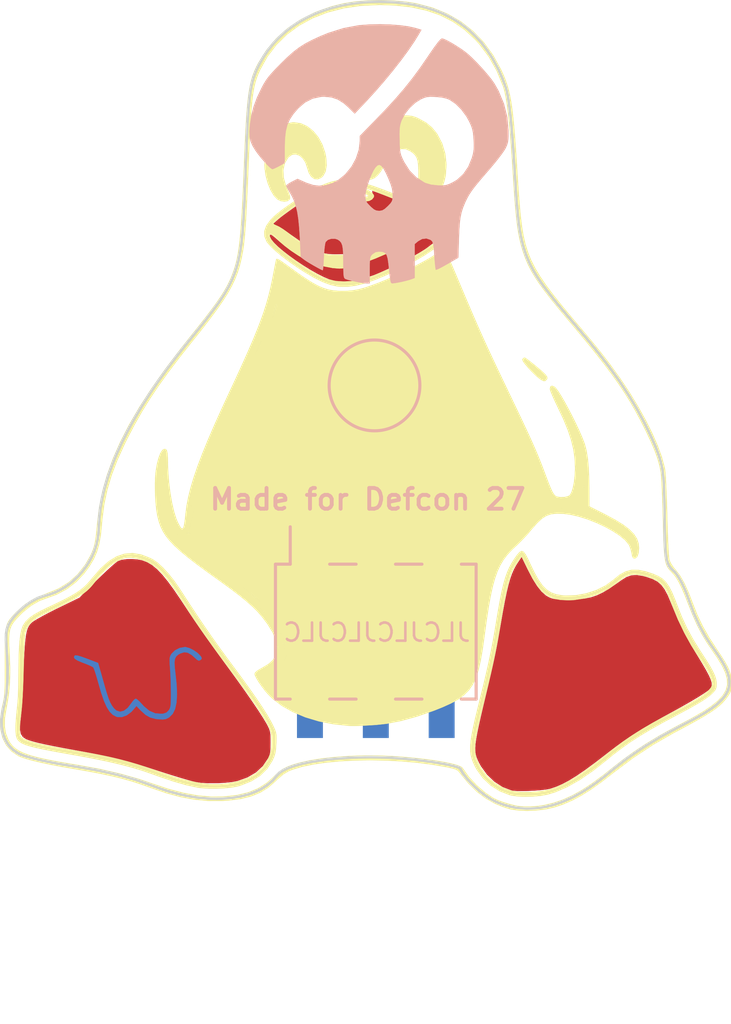
<source format=kicad_pcb>
(kicad_pcb (version 20171130) (host pcbnew 5.1.5)

  (general
    (thickness 1.6)
    (drawings 371)
    (tracks 0)
    (zones 0)
    (modules 7)
    (nets 1)
  )

  (page A4)
  (layers
    (0 F.Cu signal)
    (31 B.Cu signal)
    (32 B.Adhes user)
    (33 F.Adhes user)
    (34 B.Paste user)
    (35 F.Paste user)
    (36 B.SilkS user)
    (37 F.SilkS user)
    (38 B.Mask user)
    (39 F.Mask user)
    (40 Dwgs.User user)
    (41 Cmts.User user)
    (42 Eco1.User user)
    (43 Eco2.User user)
    (44 Edge.Cuts user)
    (45 Margin user)
    (46 B.CrtYd user)
    (47 F.CrtYd user)
    (48 B.Fab user)
    (49 F.Fab user)
  )

  (setup
    (last_trace_width 0.25)
    (trace_clearance 0.2)
    (zone_clearance 0.508)
    (zone_45_only no)
    (trace_min 0.2)
    (via_size 0.6)
    (via_drill 0.4)
    (via_min_size 0.4)
    (via_min_drill 0.3)
    (uvia_size 0.3)
    (uvia_drill 0.1)
    (uvias_allowed no)
    (uvia_min_size 0.2)
    (uvia_min_drill 0.1)
    (edge_width 0.15)
    (segment_width 0.2)
    (pcb_text_width 0.3)
    (pcb_text_size 1.5 1.5)
    (mod_edge_width 0.15)
    (mod_text_size 1 1)
    (mod_text_width 0.15)
    (pad_size 1.524 1.524)
    (pad_drill 0.762)
    (pad_to_mask_clearance 0.2)
    (aux_axis_origin 0 0)
    (visible_elements FFFFFF7F)
    (pcbplotparams
      (layerselection 0x010f0_ffffffff)
      (usegerberextensions false)
      (usegerberattributes false)
      (usegerberadvancedattributes false)
      (creategerberjobfile false)
      (excludeedgelayer true)
      (linewidth 0.100000)
      (plotframeref false)
      (viasonmask false)
      (mode 1)
      (useauxorigin false)
      (hpglpennumber 1)
      (hpglpenspeed 20)
      (hpglpendiameter 15.000000)
      (psnegative false)
      (psa4output false)
      (plotreference true)
      (plotvalue true)
      (plotinvisibletext false)
      (padsonsilk false)
      (subtractmaskfromsilk false)
      (outputformat 1)
      (mirror false)
      (drillshape 0)
      (scaleselection 1)
      (outputdirectory "gerbers/"))
  )

  (net 0 "")

  (net_class Default "This is the default net class."
    (clearance 0.2)
    (trace_width 0.25)
    (via_dia 0.6)
    (via_drill 0.4)
    (uvia_dia 0.3)
    (uvia_drill 0.1)
  )

  (module TestPoint:TestPoint_Pad_D3.0mm (layer B.Cu) (tedit 5A0F774F) (tstamp 5D28A8FC)
    (at 155.36 95.03)
    (descr "SMD pad as test Point, diameter 3.0mm")
    (tags "test point SMD pad")
    (attr virtual)
    (fp_text reference REF** (at 0 2.398) (layer B.SilkS) hide
      (effects (font (size 1 1) (thickness 0.15)) (justify mirror))
    )
    (fp_text value TestPoint_Pad_D3.0mm (at 0 -2.55) (layer B.Fab) hide
      (effects (font (size 1 1) (thickness 0.15)) (justify mirror))
    )
    (fp_circle (center 0 0) (end 0 -1.75) (layer B.SilkS) (width 0.12))
    (fp_circle (center 0 0) (end 2 0) (layer B.CrtYd) (width 0.05))
    (fp_text user %R (at 0 2.4) (layer B.Fab) hide
      (effects (font (size 1 1) (thickness 0.15)) (justify mirror))
    )
    (pad 1 smd circle (at 0 0) (size 3 3) (layers B.Cu B.Mask))
  )

  (module NFCBuisness:W (layer B.Cu) (tedit 0) (tstamp 5D284EE0)
    (at 146.22 107.57 180)
    (fp_text reference Ref** (at 0 0) (layer B.SilkS) hide
      (effects (font (size 1.27 1.27) (thickness 0.15)) (justify mirror))
    )
    (fp_text value Val** (at 0 0) (layer B.SilkS) hide
      (effects (font (size 1.27 1.27) (thickness 0.15)) (justify mirror))
    )
    (fp_poly (pts (xy -1.630587 2.420899) (xy -1.447524 2.328559) (xy -1.311592 2.194757) (xy -1.304211 2.183555)
      (xy -1.265704 2.11344) (xy -1.244213 2.038839) (xy -1.23774 1.938094) (xy -1.244287 1.789546)
      (xy -1.255088 1.651) (xy -1.268682 1.442824) (xy -1.279873 1.184894) (xy -1.287394 0.912114)
      (xy -1.289962 0.690936) (xy -1.289221 0.458958) (xy -1.284387 0.294975) (xy -1.273305 0.182336)
      (xy -1.25382 0.10439) (xy -1.223775 0.044488) (xy -1.202268 0.013603) (xy -1.116398 -0.071274)
      (xy -1.002822 -0.111004) (xy -0.929984 -0.119227) (xy -0.68211 -0.100096) (xy -0.454281 -0.00289)
      (xy -0.240656 0.175182) (xy -0.185776 0.236175) (xy -0.081108 0.349759) (xy 0.009066 0.431822)
      (xy 0.066141 0.465547) (xy 0.068112 0.465666) (xy 0.123755 0.432548) (xy 0.197182 0.348904)
      (xy 0.229505 0.301607) (xy 0.376869 0.110873) (xy 0.526913 -0.003226) (xy 0.674284 -0.03902)
      (xy 0.813631 0.005163) (xy 0.907971 0.089777) (xy 0.988653 0.198585) (xy 1.058934 0.326542)
      (xy 1.126082 0.490779) (xy 1.197364 0.708426) (xy 1.255985 0.910166) (xy 1.31545 1.12099)
      (xy 1.377683 1.340443) (xy 1.431333 1.528529) (xy 1.442246 1.566558) (xy 1.521416 1.84195)
      (xy 1.949565 2.005418) (xy 2.167567 2.084028) (xy 2.315998 2.126297) (xy 2.401001 2.133773)
      (xy 2.422145 2.124455) (xy 2.452677 2.065526) (xy 2.41974 2.005855) (xy 2.317286 1.940366)
      (xy 2.13927 1.863979) (xy 2.089887 1.8454) (xy 1.930263 1.78316) (xy 1.799296 1.726134)
      (xy 1.71927 1.684217) (xy 1.708527 1.676067) (xy 1.680315 1.619963) (xy 1.636526 1.498254)
      (xy 1.582553 1.327363) (xy 1.52379 1.123712) (xy 1.507251 1.063196) (xy 1.396737 0.68139)
      (xy 1.290651 0.376432) (xy 1.184846 0.140938) (xy 1.075173 -0.032475) (xy 0.957485 -0.15119)
      (xy 0.827635 -0.222591) (xy 0.776069 -0.238398) (xy 0.602379 -0.241191) (xy 0.418574 -0.174646)
      (xy 0.246259 -0.047924) (xy 0.192569 0.009056) (xy 0.041511 0.185533) (xy -0.128458 0.008645)
      (xy -0.312966 -0.157866) (xy -0.496288 -0.260737) (xy -0.709082 -0.314778) (xy -0.823587 -0.327186)
      (xy -0.981029 -0.333485) (xy -1.090094 -0.317957) (xy -1.185756 -0.27362) (xy -1.227666 -0.246552)
      (xy -1.355913 -0.118677) (xy -1.447302 0.068507) (xy -1.502345 0.318683) (xy -1.521551 0.635539)
      (xy -1.505431 1.022758) (xy -1.460818 1.436924) (xy -1.432055 1.688127) (xy -1.424811 1.871541)
      (xy -1.442863 2.002167) (xy -1.489991 2.095003) (xy -1.569973 2.165049) (xy -1.656298 2.212878)
      (xy -1.801342 2.257899) (xy -1.939703 2.239415) (xy -2.087459 2.15265) (xy -2.203421 2.05035)
      (xy -2.298884 1.96489) (xy -2.361491 1.934189) (xy -2.413708 1.94891) (xy -2.426473 1.957639)
      (xy -2.473927 2.002339) (xy -2.467648 2.051331) (xy -2.429475 2.110518) (xy -2.32004 2.223928)
      (xy -2.167499 2.330713) (xy -2.002595 2.413218) (xy -1.856072 2.453788) (xy -1.829026 2.455333)
      (xy -1.630587 2.420899)) (layer B.Cu) (width 0.01))
  )

  (module SAO:BPSkull (layer B.Cu) (tedit 0) (tstamp 5D284ECB)
    (at 154.37 87.71 180)
    (fp_text reference Ref** (at 0 0) (layer B.SilkS) hide
      (effects (font (size 1.27 1.27) (thickness 0.15)) (justify mirror))
    )
    (fp_text value Val** (at 0 0) (layer B.SilkS) hide
      (effects (font (size 1.27 1.27) (thickness 0.15)) (justify mirror))
    )
    (fp_poly (pts (xy -0.828595 6.594021) (xy -0.45873 6.568131) (xy -0.359834 6.557072) (xy 0.213647 6.448892)
      (xy 0.802016 6.262382) (xy 1.084356 6.147656) (xy 1.407486 6.000603) (xy 1.677608 5.859064)
      (xy 1.916161 5.708237) (xy 2.144586 5.533321) (xy 2.38432 5.319513) (xy 2.625322 5.083762)
      (xy 2.830197 4.874858) (xy 2.985868 4.707632) (xy 3.105067 4.56604) (xy 3.200528 4.434035)
      (xy 3.284982 4.295572) (xy 3.357437 4.161182) (xy 3.541003 3.776973) (xy 3.672593 3.424731)
      (xy 3.760902 3.077368) (xy 3.810047 2.75124) (xy 3.831715 2.481947) (xy 3.826031 2.269361)
      (xy 3.787967 2.088518) (xy 3.712495 1.914452) (xy 3.606325 1.739778) (xy 3.504256 1.597599)
      (xy 3.382082 1.444666) (xy 3.253214 1.29571) (xy 3.131064 1.165459) (xy 3.029043 1.068642)
      (xy 2.960564 1.019989) (xy 2.94819 1.016989) (xy 2.886666 1.036651) (xy 2.778915 1.086304)
      (xy 2.688166 1.13367) (xy 2.4765 1.249362) (xy 2.474201 1.841764) (xy 2.463957 2.192878)
      (xy 2.431958 2.479385) (xy 2.371765 2.719944) (xy 2.276942 2.93322) (xy 2.14105 3.137872)
      (xy 1.957653 3.352562) (xy 1.950292 3.36049) (xy 1.687252 3.58709) (xy 1.393809 3.73558)
      (xy 1.073204 3.8045) (xy 0.9525 3.809554) (xy 0.674393 3.783474) (xy 0.427233 3.700186)
      (xy 0.191586 3.550963) (xy 0.003387 3.383294) (xy -0.226058 3.156147) (xy -0.64665 3.59949)
      (xy -1.001576 3.985188) (xy -1.353447 4.389341) (xy -1.692075 4.799007) (xy -2.007278 5.201248)
      (xy -2.288868 5.583125) (xy -2.526661 5.931698) (xy -2.684845 6.188836) (xy -2.799216 6.387505)
      (xy -2.574358 6.454581) (xy -2.308588 6.515101) (xy -1.980255 6.560271) (xy -1.61023 6.589125)
      (xy -1.219386 6.600697) (xy -0.828595 6.594021)) (layer B.SilkS) (width 0.01))
    (fp_poly (pts (xy -3.534642 6.016739) (xy -3.437891 5.906008) (xy -3.299915 5.721552) (xy -3.120775 5.463453)
      (xy -3.055053 5.36575) (xy -2.745231 4.916097) (xy -2.438341 4.501313) (xy -2.119127 4.10282)
      (xy -1.772335 3.702037) (xy -1.382708 3.280385) (xy -1.112025 2.999399) (xy -0.423334 2.293767)
      (xy -0.42301 2.0888) (xy -0.383756 1.759212) (xy -0.2738 1.42671) (xy -0.103341 1.113368)
      (xy 0.117428 0.841259) (xy 0.181348 0.780404) (xy 0.40723 0.598935) (xy 0.620035 0.479123)
      (xy 0.845815 0.407546) (xy 0.937819 0.390606) (xy 1.157561 0.374919) (xy 1.372849 0.403017)
      (xy 1.611289 0.479831) (xy 1.737467 0.533383) (xy 1.979058 0.641802) (xy 2.196029 0.531855)
      (xy 2.313501 0.465757) (xy 2.392291 0.40884) (xy 2.413 0.380923) (xy 2.392312 0.324586)
      (xy 2.339032 0.222855) (xy 2.289246 0.13822) (xy 2.187586 -0.040647) (xy 2.105478 -0.219626)
      (xy 2.040168 -0.411704) (xy 1.9889 -0.629866) (xy 1.948921 -0.887098) (xy 1.917475 -1.196386)
      (xy 1.89181 -1.570716) (xy 1.880057 -1.790878) (xy 1.850998 -2.375257) (xy 1.719249 -2.474668)
      (xy 1.631917 -2.533887) (xy 1.505769 -2.61159) (xy 1.361265 -2.696159) (xy 1.218864 -2.775979)
      (xy 1.099024 -2.839434) (xy 1.022205 -2.874906) (xy 1.007712 -2.878666) (xy 0.997354 -2.839103)
      (xy 0.985777 -2.731415) (xy 0.974404 -2.572101) (xy 0.964747 -2.37991) (xy 0.952522 -2.174343)
      (xy 0.934844 -1.992917) (xy 0.914173 -1.856455) (xy 0.894922 -1.789065) (xy 0.809141 -1.708638)
      (xy 0.677088 -1.664831) (xy 0.531544 -1.663948) (xy 0.426394 -1.698958) (xy 0.348091 -1.753047)
      (xy 0.291224 -1.823067) (xy 0.252506 -1.922396) (xy 0.228649 -2.064411) (xy 0.216367 -2.262489)
      (xy 0.212372 -2.530008) (xy 0.21229 -2.57026) (xy 0.210973 -2.81045) (xy 0.206536 -2.979586)
      (xy 0.197379 -3.091265) (xy 0.181901 -3.159087) (xy 0.158501 -3.196649) (xy 0.136744 -3.212118)
      (xy 0.052557 -3.242432) (xy -0.088877 -3.279656) (xy -0.261061 -3.31824) (xy -0.437498 -3.352636)
      (xy -0.59169 -3.377295) (xy -0.696716 -3.386666) (xy -0.804334 -3.386666) (xy -0.804334 -2.876742)
      (xy -0.805292 -2.65998) (xy -0.810102 -2.510716) (xy -0.82167 -2.411783) (xy -0.842902 -2.346018)
      (xy -0.876703 -2.296257) (xy -0.908243 -2.262909) (xy -1.032584 -2.180563) (xy -1.172826 -2.160346)
      (xy -1.306793 -2.171897) (xy -1.399635 -2.213056) (xy -1.461318 -2.297548) (xy -1.501805 -2.439099)
      (xy -1.531064 -2.651434) (xy -1.531355 -2.654163) (xy -1.559519 -2.918416) (xy -1.581058 -3.110071)
      (xy -1.59875 -3.240676) (xy -1.615371 -3.321776) (xy -1.6337 -3.364918) (xy -1.656513 -3.381648)
      (xy -1.686587 -3.383511) (xy -1.706511 -3.382415) (xy -1.797258 -3.371151) (xy -1.935987 -3.346422)
      (xy -2.053167 -3.322122) (xy -2.211495 -3.284093) (xy -2.353172 -3.244851) (xy -2.423584 -3.221587)
      (xy -2.54 -3.177095) (xy -2.54 -1.870192) (xy -2.670249 -1.760596) (xy -2.826868 -1.673254)
      (xy -2.993057 -1.654198) (xy -3.144467 -1.70509) (xy -3.173826 -1.726203) (xy -3.21384 -1.766685)
      (xy -3.242575 -1.823038) (xy -3.263427 -1.911278) (xy -3.279794 -2.047416) (xy -3.295071 -2.247469)
      (xy -3.299815 -2.320224) (xy -3.314334 -2.521176) (xy -3.329714 -2.68987) (xy -3.344167 -2.809164)
      (xy -3.355905 -2.861915) (xy -3.356389 -2.862499) (xy -3.399932 -2.851764) (xy -3.50068 -2.804987)
      (xy -3.643312 -2.729813) (xy -3.801123 -2.640537) (xy -4.222399 -2.395117) (xy -4.245841 -1.652641)
      (xy -4.259302 -1.320297) (xy -4.278407 -1.054379) (xy -4.306434 -0.836683) (xy -4.346665 -0.649)
      (xy -4.402379 -0.473125) (xy -4.476857 -0.29085) (xy -4.500723 -0.237926) (xy -4.566462 -0.10233)
      (xy -4.638403 0.02618) (xy -1.691791 0.02618) (xy -1.688784 -0.115773) (xy -1.667973 -0.211533)
      (xy -1.614952 -0.295187) (xy -1.515316 -0.400818) (xy -1.508404 -0.407736) (xy -1.39011 -0.516201)
      (xy -1.295632 -0.572588) (xy -1.197092 -0.591874) (xy -1.164167 -0.592666) (xy -1.05932 -0.581255)
      (xy -0.966528 -0.537038) (xy -0.857914 -0.445037) (xy -0.81993 -0.407736) (xy -0.716103 -0.297486)
      (xy -0.660628 -0.211076) (xy -0.638589 -0.116087) (xy -0.635 -0.005862) (xy -0.654029 0.147036)
      (xy -0.704797 0.347412) (xy -0.777827 0.56879) (xy -0.86364 0.784691) (xy -0.952759 0.968637)
      (xy -1.023466 1.079377) (xy -1.103158 1.159907) (xy -1.177734 1.183948) (xy -1.253151 1.146429)
      (xy -1.335362 1.042281) (xy -1.430322 0.866434) (xy -1.528825 0.649135) (xy -1.615646 0.432488)
      (xy -1.666589 0.260568) (xy -1.688998 0.1053) (xy -1.691791 0.02618) (xy -4.638403 0.02618)
      (xy -4.638507 0.026365) (xy -4.725344 0.15966) (xy -4.835455 0.309055) (xy -4.977324 0.48605)
      (xy -5.159433 0.702147) (xy -5.390268 0.968844) (xy -5.394474 0.973667) (xy -5.574225 1.185111)
      (xy -5.740883 1.391162) (xy -5.883123 1.577072) (xy -5.989621 1.728098) (xy -6.044731 1.820334)
      (xy -6.096504 1.93344) (xy -4.822457 1.93344) (xy -4.81641 1.766518) (xy -4.79237 1.616229)
      (xy -4.747543 1.450213) (xy -4.607943 1.110767) (xy -4.414681 0.826749) (xy -4.173897 0.606036)
      (xy -4.01507 0.510226) (xy -3.863788 0.438746) (xy -3.743354 0.399768) (xy -3.616403 0.385573)
      (xy -3.445572 0.388444) (xy -3.429 0.389175) (xy -3.171108 0.416771) (xy -2.964716 0.477282)
      (xy -2.911237 0.501459) (xy -2.604166 0.698117) (xy -2.3432 0.962388) (xy -2.135974 1.286463)
      (xy -2.127923 1.302554) (xy -2.060076 1.443561) (xy -2.014273 1.556918) (xy -1.985575 1.666372)
      (xy -1.969043 1.795674) (xy -1.95974 1.968573) (xy -1.954682 2.135668) (xy -1.950585 2.367435)
      (xy -1.954456 2.537419) (xy -1.968619 2.668316) (xy -1.995391 2.782819) (xy -2.031754 2.889459)
      (xy -2.161174 3.138637) (xy -2.350086 3.378122) (xy -2.574888 3.58197) (xy -2.775999 3.70757)
      (xy -2.902666 3.764691) (xy -3.011337 3.796475) (xy -3.133314 3.80799) (xy -3.299895 3.804305)
      (xy -3.355546 3.801419) (xy -3.596073 3.777763) (xy -3.779727 3.733477) (xy -3.891213 3.685812)
      (xy -4.117858 3.531495) (xy -4.337286 3.313129) (xy -4.531438 3.050638) (xy -4.636612 2.863599)
      (xy -4.713253 2.69825) (xy -4.762098 2.557551) (xy -4.791416 2.408202) (xy -4.809478 2.216904)
      (xy -4.813684 2.15061) (xy -4.822457 1.93344) (xy -6.096504 1.93344) (xy -6.097411 1.93542)
      (xy -6.130786 2.038783) (xy -6.14893 2.155211) (xy -6.155917 2.309491) (xy -6.156061 2.497667)
      (xy -6.11016 3.021328) (xy -5.982566 3.535458) (xy -5.776254 4.030111) (xy -5.610746 4.321648)
      (xy -5.490977 4.490379) (xy -5.32449 4.695962) (xy -5.128238 4.919444) (xy -4.919177 5.14187)
      (xy -4.714259 5.344286) (xy -4.612949 5.437134) (xy -4.478047 5.545674) (xy -4.30999 5.664835)
      (xy -4.12618 5.784127) (xy -3.944022 5.893059) (xy -3.78092 5.981141) (xy -3.654276 6.037883)
      (xy -3.590106 6.053667) (xy -3.534642 6.016739)) (layer B.SilkS) (width 0.01))
  )

  (module Connector_PinHeader_2.54mm:PinHeader_2x03_P2.54mm_Vertical_SMD (layer B.Cu) (tedit 59FED5CC) (tstamp 5D284E4E)
    (at 155.41 104.52 270)
    (descr "surface-mounted straight pin header, 2x03, 2.54mm pitch, double rows")
    (tags "Surface mounted pin header SMD 2x03 2.54mm double row")
    (attr smd)
    (fp_text reference REF** (at 0 4.87 90) (layer B.SilkS) hide
      (effects (font (size 1 1) (thickness 0.15)) (justify mirror))
    )
    (fp_text value PinHeader_2x03_P2.54mm_Vertical_SMD (at 0 -4.87 90) (layer B.Fab)
      (effects (font (size 1 1) (thickness 0.15)) (justify mirror))
    )
    (fp_text user %R (at 0 0 180) (layer B.Fab)
      (effects (font (size 1 1) (thickness 0.15)) (justify mirror))
    )
    (fp_line (start 5.9 4.35) (end -5.9 4.35) (layer B.CrtYd) (width 0.05))
    (fp_line (start 5.9 -4.35) (end 5.9 4.35) (layer B.CrtYd) (width 0.05))
    (fp_line (start -5.9 -4.35) (end 5.9 -4.35) (layer B.CrtYd) (width 0.05))
    (fp_line (start -5.9 4.35) (end -5.9 -4.35) (layer B.CrtYd) (width 0.05))
    (fp_line (start 2.6 -0.76) (end 2.6 -1.78) (layer B.SilkS) (width 0.12))
    (fp_line (start -2.6 -0.76) (end -2.6 -1.78) (layer B.SilkS) (width 0.12))
    (fp_line (start 2.6 1.78) (end 2.6 0.76) (layer B.SilkS) (width 0.12))
    (fp_line (start -2.6 1.78) (end -2.6 0.76) (layer B.SilkS) (width 0.12))
    (fp_line (start 2.6 -3.3) (end 2.6 -3.87) (layer B.SilkS) (width 0.12))
    (fp_line (start -2.6 -3.3) (end -2.6 -3.87) (layer B.SilkS) (width 0.12))
    (fp_line (start 2.6 3.87) (end 2.6 3.3) (layer B.SilkS) (width 0.12))
    (fp_line (start -2.6 3.87) (end -2.6 3.3) (layer B.SilkS) (width 0.12))
    (fp_line (start -4.04 3.3) (end -2.6 3.3) (layer B.SilkS) (width 0.12))
    (fp_line (start -2.6 -3.87) (end 2.6 -3.87) (layer B.SilkS) (width 0.12))
    (fp_line (start -2.6 3.87) (end 2.6 3.87) (layer B.SilkS) (width 0.12))
    (fp_line (start 3.6 -2.86) (end 2.54 -2.86) (layer B.Fab) (width 0.1))
    (fp_line (start 3.6 -2.22) (end 3.6 -2.86) (layer B.Fab) (width 0.1))
    (fp_line (start 2.54 -2.22) (end 3.6 -2.22) (layer B.Fab) (width 0.1))
    (fp_line (start -3.6 -2.86) (end -2.54 -2.86) (layer B.Fab) (width 0.1))
    (fp_line (start -3.6 -2.22) (end -3.6 -2.86) (layer B.Fab) (width 0.1))
    (fp_line (start -2.54 -2.22) (end -3.6 -2.22) (layer B.Fab) (width 0.1))
    (fp_line (start 3.6 -0.32) (end 2.54 -0.32) (layer B.Fab) (width 0.1))
    (fp_line (start 3.6 0.32) (end 3.6 -0.32) (layer B.Fab) (width 0.1))
    (fp_line (start 2.54 0.32) (end 3.6 0.32) (layer B.Fab) (width 0.1))
    (fp_line (start -3.6 -0.32) (end -2.54 -0.32) (layer B.Fab) (width 0.1))
    (fp_line (start -3.6 0.32) (end -3.6 -0.32) (layer B.Fab) (width 0.1))
    (fp_line (start -2.54 0.32) (end -3.6 0.32) (layer B.Fab) (width 0.1))
    (fp_line (start 3.6 2.22) (end 2.54 2.22) (layer B.Fab) (width 0.1))
    (fp_line (start 3.6 2.86) (end 3.6 2.22) (layer B.Fab) (width 0.1))
    (fp_line (start 2.54 2.86) (end 3.6 2.86) (layer B.Fab) (width 0.1))
    (fp_line (start -3.6 2.22) (end -2.54 2.22) (layer B.Fab) (width 0.1))
    (fp_line (start -3.6 2.86) (end -3.6 2.22) (layer B.Fab) (width 0.1))
    (fp_line (start -2.54 2.86) (end -3.6 2.86) (layer B.Fab) (width 0.1))
    (fp_line (start 2.54 3.81) (end 2.54 -3.81) (layer B.Fab) (width 0.1))
    (fp_line (start -2.54 2.86) (end -1.59 3.81) (layer B.Fab) (width 0.1))
    (fp_line (start -2.54 -3.81) (end -2.54 2.86) (layer B.Fab) (width 0.1))
    (fp_line (start -1.59 3.81) (end 2.54 3.81) (layer B.Fab) (width 0.1))
    (fp_line (start 2.54 -3.81) (end -2.54 -3.81) (layer B.Fab) (width 0.1))
    (pad 6 smd rect (at 2.525 -2.54 270) (size 3.15 1) (layers B.Cu B.Paste B.Mask))
    (pad 5 smd rect (at -2.525 -2.54 270) (size 3.15 1) (layers B.Cu B.Paste B.Mask))
    (pad 4 smd rect (at 2.525 0 270) (size 3.15 1) (layers B.Cu B.Paste B.Mask))
    (pad 3 smd rect (at -2.525 0 270) (size 3.15 1) (layers B.Cu B.Paste B.Mask))
    (pad 2 smd rect (at 2.525 2.54 270) (size 3.15 1) (layers B.Cu B.Paste B.Mask))
    (pad 1 smd rect (at -2.525 2.54 270) (size 3.15 1) (layers B.Cu B.Paste B.Mask))
    (model ${KISYS3DMOD}/Connector_PinHeader_2.54mm.3dshapes/PinHeader_2x03_P2.54mm_Vertical_SMD.wrl
      (at (xyz 0 0 0))
      (scale (xyz 1 1 1))
      (rotate (xyz 0 0 0))
    )
  )

  (module LOGO (layer F.Cu) (tedit 0) (tstamp 0)
    (at 152.47 96.96)
    (fp_text reference G*** (at 0 0) (layer F.SilkS) hide
      (effects (font (size 1.524 1.524) (thickness 0.3)))
    )
    (fp_text value LOGO (at 0.75 0) (layer F.SilkS) hide
      (effects (font (size 1.524 1.524) (thickness 0.3)))
    )
    (fp_poly (pts (xy 8.785378 5.151507) (xy 8.975762 5.516925) (xy 9.155054 5.804714) (xy 9.327495 6.020516)
      (xy 9.497326 6.169969) (xy 9.594628 6.22765) (xy 9.684229 6.268407) (xy 9.770658 6.296399)
      (xy 9.872208 6.313884) (xy 10.007172 6.32312) (xy 10.193845 6.326364) (xy 10.392834 6.326162)
      (xy 10.716604 6.317776) (xy 10.994202 6.291631) (xy 11.242601 6.24148) (xy 11.478774 6.161072)
      (xy 11.719694 6.044159) (xy 11.982335 5.884494) (xy 12.28367 5.675826) (xy 12.410523 5.583363)
      (xy 12.604466 5.461712) (xy 12.792209 5.395608) (xy 12.995168 5.382503) (xy 13.234758 5.41985)
      (xy 13.404085 5.465142) (xy 13.622919 5.542016) (xy 13.799464 5.636766) (xy 13.945399 5.762205)
      (xy 14.072405 5.931145) (xy 14.192164 6.156398) (xy 14.316355 6.450778) (xy 14.326561 6.477)
      (xy 14.595019 7.116192) (xy 14.895865 7.724673) (xy 15.246777 8.337687) (xy 15.317326 8.452364)
      (xy 15.514185 8.773556) (xy 15.66627 9.033351) (xy 15.776905 9.240028) (xy 15.849415 9.401869)
      (xy 15.887123 9.527152) (xy 15.893354 9.62416) (xy 15.871432 9.70117) (xy 15.838574 9.750715)
      (xy 15.751879 9.828417) (xy 15.59511 9.939406) (xy 15.374333 10.079935) (xy 15.095612 10.246257)
      (xy 14.765014 10.434626) (xy 14.456834 10.60434) (xy 14.011027 10.848428) (xy 13.628184 11.063033)
      (xy 13.295438 11.256338) (xy 12.999923 11.436522) (xy 12.728774 11.611766) (xy 12.469125 11.790251)
      (xy 12.20811 11.980156) (xy 11.932864 12.189664) (xy 11.797311 12.295356) (xy 11.377396 12.618903)
      (xy 11.010011 12.888647) (xy 10.686867 13.109682) (xy 10.399673 13.287104) (xy 10.140139 13.42601)
      (xy 9.899974 13.531495) (xy 9.670887 13.608655) (xy 9.652 13.613976) (xy 9.509331 13.641917)
      (xy 9.310415 13.665522) (xy 9.076865 13.68387) (xy 8.830297 13.696038) (xy 8.592325 13.701106)
      (xy 8.384562 13.698149) (xy 8.228624 13.686248) (xy 8.17766 13.676866) (xy 7.834811 13.546405)
      (xy 7.516901 13.34202) (xy 7.235248 13.073353) (xy 7.00117 12.750044) (xy 6.924199 12.609187)
      (xy 6.871663 12.499331) (xy 6.830307 12.395575) (xy 6.80098 12.289764) (xy 6.78453 12.173744)
      (xy 6.781804 12.03936) (xy 6.793649 11.878458) (xy 6.820914 11.682882) (xy 6.864445 11.44448)
      (xy 6.925092 11.155095) (xy 7.003701 10.806574) (xy 7.10112 10.390762) (xy 7.196398 9.990667)
      (xy 7.298472 9.561721) (xy 7.383516 9.198941) (xy 7.454879 8.886316) (xy 7.515909 8.607834)
      (xy 7.569953 8.347483) (xy 7.62036 8.089252) (xy 7.670477 7.81713) (xy 7.723653 7.515104)
      (xy 7.767738 7.258264) (xy 7.850748 6.782768) (xy 7.925629 6.38195) (xy 7.994936 6.046499)
      (xy 8.061224 5.767101) (xy 8.127047 5.534446) (xy 8.19496 5.339221) (xy 8.267518 5.172115)
      (xy 8.347275 5.023815) (xy 8.406695 4.929311) (xy 8.562987 4.693847) (xy 8.785378 5.151507)) (layer F.Cu) (width 0.01))
    (fp_poly (pts (xy -6.276202 4.776967) (xy -6.071962 4.816373) (xy -5.878762 4.889263) (xy -5.68992 5.001384)
      (xy -5.498754 5.158482) (xy -5.298579 5.366304) (xy -5.082713 5.630595) (xy -4.844473 5.957104)
      (xy -4.577177 6.351576) (xy -4.478801 6.501722) (xy -4.260983 6.832845) (xy -4.039338 7.162056)
      (xy -3.805247 7.501642) (xy -3.550089 7.86389) (xy -3.265247 8.261088) (xy -2.9421 8.705524)
      (xy -2.729281 8.995834) (xy -2.387055 9.465805) (xy -2.080441 9.895666) (xy -1.812736 10.280578)
      (xy -1.587235 10.615702) (xy -1.407233 10.896203) (xy -1.276026 11.11724) (xy -1.24416 11.176)
      (xy -1.186902 11.292773) (xy -1.150866 11.395853) (xy -1.131231 11.5111) (xy -1.123178 11.664371)
      (xy -1.121833 11.832167) (xy -1.12466 12.039972) (xy -1.135758 12.187347) (xy -1.159055 12.298417)
      (xy -1.198477 12.397306) (xy -1.221011 12.44143) (xy -1.425106 12.742434) (xy -1.687238 12.986236)
      (xy -2.011089 13.175569) (xy -2.391833 13.310888) (xy -2.618543 13.355093) (xy -2.90104 13.385055)
      (xy -3.211521 13.399982) (xy -3.522181 13.399086) (xy -3.805218 13.381574) (xy -3.98703 13.356235)
      (xy -4.115607 13.32615) (xy -4.309786 13.273355) (xy -4.554936 13.202185) (xy -4.83643 13.116975)
      (xy -5.139637 13.02206) (xy -5.419904 12.931625) (xy -5.850115 12.792491) (xy -6.228034 12.674959)
      (xy -6.571988 12.574454) (xy -6.900301 12.486402) (xy -7.231299 12.406227) (xy -7.583307 12.329354)
      (xy -7.97465 12.251208) (xy -8.423654 12.167215) (xy -8.636 12.128704) (xy -9.098779 12.043987)
      (xy -9.485465 11.970035) (xy -9.803705 11.905132) (xy -10.061147 11.847562) (xy -10.265438 11.79561)
      (xy -10.424227 11.747559) (xy -10.545162 11.701692) (xy -10.551696 11.698833) (xy -10.672259 11.619127)
      (xy -10.747219 11.500245) (xy -10.779559 11.331364) (xy -10.77226 11.101663) (xy -10.754832 10.961678)
      (xy -10.741523 10.839982) (xy -10.725963 10.646578) (xy -10.708939 10.394369) (xy -10.691234 10.096259)
      (xy -10.673635 9.765151) (xy -10.656925 9.41395) (xy -10.647782 9.202056) (xy -10.628847 8.765689)
      (xy -10.610639 8.405248) (xy -10.591725 8.112018) (xy -10.57067 7.877286) (xy -10.546039 7.692338)
      (xy -10.516398 7.54846) (xy -10.480313 7.436939) (xy -10.436349 7.34906) (xy -10.383073 7.276111)
      (xy -10.31991 7.210197) (xy -10.241117 7.152726) (xy -10.099105 7.066722) (xy -9.907306 6.959605)
      (xy -9.679154 6.838799) (xy -9.428082 6.711723) (xy -9.3345 6.665787) (xy -8.487833 6.253705)
      (xy -7.822591 5.587725) (xy -7.619439 5.388021) (xy -7.426323 5.204965) (xy -7.254443 5.048652)
      (xy -7.115001 4.929177) (xy -7.019194 4.856634) (xy -6.997091 4.843729) (xy -6.854383 4.794846)
      (xy -6.666658 4.770113) (xy -6.498166 4.765299) (xy -6.276202 4.776967)) (layer F.Cu) (width 0.01))
    (fp_poly (pts (xy 1.842026 -9.629753) (xy 2.020472 -9.622985) (xy 2.168497 -9.610946) (xy 2.264648 -9.593943)
      (xy 2.287091 -9.583176) (xy 2.299958 -9.541816) (xy 2.240192 -9.503393) (xy 2.207821 -9.491271)
      (xy 2.091946 -9.422306) (xy 2.017261 -9.323535) (xy 2.001621 -9.220648) (xy 2.006979 -9.20228)
      (xy 2.07189 -9.133852) (xy 2.196388 -9.074098) (xy 2.355393 -9.032122) (xy 2.517474 -9.017)
      (xy 2.691018 -9.040036) (xy 2.804414 -9.104547) (xy 2.849867 -9.20364) (xy 2.83439 -9.297278)
      (xy 2.807361 -9.382181) (xy 2.803948 -9.422059) (xy 2.845307 -9.411348) (xy 2.952534 -9.374039)
      (xy 3.112831 -9.314845) (xy 3.313404 -9.238481) (xy 3.514216 -9.16037) (xy 3.773525 -9.059407)
      (xy 4.036155 -8.958617) (xy 4.279362 -8.866629) (xy 4.480402 -8.792072) (xy 4.572 -8.759055)
      (xy 4.870295 -8.638974) (xy 5.09982 -8.511088) (xy 5.276439 -8.365214) (xy 5.38359 -8.238065)
      (xy 5.472144 -8.078173) (xy 5.497463 -7.922967) (xy 5.45634 -7.766497) (xy 5.345569 -7.60281)
      (xy 5.161946 -7.425956) (xy 4.902262 -7.229985) (xy 4.804834 -7.163767) (xy 4.601761 -7.03825)
      (xy 4.339969 -6.890981) (xy 4.039235 -6.73193) (xy 3.719341 -6.571066) (xy 3.400064 -6.418358)
      (xy 3.101186 -6.283776) (xy 2.86435 -6.18575) (xy 2.395417 -6.033116) (xy 1.955914 -5.951542)
      (xy 1.551025 -5.941749) (xy 1.321641 -5.971648) (xy 1.141588 -6.024949) (xy 0.92274 -6.11813)
      (xy 0.675355 -6.244068) (xy 0.409692 -6.395635) (xy 0.136008 -6.565707) (xy -0.135437 -6.747159)
      (xy -0.394386 -6.932863) (xy -0.63058 -7.115696) (xy -0.833761 -7.288531) (xy -0.993671 -7.444244)
      (xy -1.100051 -7.575707) (xy -1.142644 -7.675797) (xy -1.143 -7.683622) (xy -1.137403 -7.727317)
      (xy -1.113438 -7.737905) (xy -1.060344 -7.709436) (xy -0.967362 -7.635954) (xy -0.823731 -7.51151)
      (xy -0.809999 -7.499411) (xy -0.372592 -7.150593) (xy 0.070767 -6.868044) (xy 0.513064 -6.654786)
      (xy 0.947287 -6.513843) (xy 1.366421 -6.448239) (xy 1.629834 -6.44758) (xy 1.887395 -6.484912)
      (xy 2.198826 -6.563526) (xy 2.548344 -6.676567) (xy 2.920168 -6.817177) (xy 3.298518 -6.9785)
      (xy 3.667612 -7.153679) (xy 4.01167 -7.335859) (xy 4.314911 -7.518181) (xy 4.561552 -7.693791)
      (xy 4.630215 -7.751192) (xy 4.774948 -7.896069) (xy 4.877638 -8.033959) (xy 4.933765 -8.15348)
      (xy 4.93881 -8.243252) (xy 4.888254 -8.291893) (xy 4.847088 -8.297333) (xy 4.757572 -8.27423)
      (xy 4.609959 -8.208864) (xy 4.415774 -8.107149) (xy 4.186542 -7.975003) (xy 4.019048 -7.872359)
      (xy 3.607801 -7.632539) (xy 3.178933 -7.414716) (xy 2.762198 -7.233359) (xy 2.527131 -7.146976)
      (xy 2.318963 -7.082355) (xy 2.131889 -7.039607) (xy 1.932397 -7.01296) (xy 1.686976 -6.996639)
      (xy 1.643098 -6.994681) (xy 1.368002 -6.98862) (xy 1.133301 -6.999841) (xy 0.922822 -7.034012)
      (xy 0.720397 -7.0968) (xy 0.509855 -7.193874) (xy 0.275026 -7.330899) (xy -0.00026 -7.513544)
      (xy -0.16446 -7.628214) (xy -0.358871 -7.761741) (xy -0.547122 -7.884454) (xy -0.709569 -7.983969)
      (xy -0.826571 -8.047903) (xy -0.840125 -8.054164) (xy -1.03383 -8.139849) (xy -0.823831 -8.324509)
      (xy -0.715974 -8.412761) (xy -0.566839 -8.525865) (xy -0.390017 -8.654484) (xy -0.199096 -8.789279)
      (xy -0.007667 -8.920912) (xy 0.170683 -9.040045) (xy 0.322363 -9.137338) (xy 0.433784 -9.203454)
      (xy 0.491357 -9.229055) (xy 0.492548 -9.229104) (xy 0.547441 -9.196584) (xy 0.612526 -9.118884)
      (xy 0.613203 -9.117854) (xy 0.665571 -9.051935) (xy 0.727887 -9.023078) (xy 0.830285 -9.021646)
      (xy 0.896392 -9.027276) (xy 1.075646 -9.066066) (xy 1.224909 -9.138236) (xy 1.322959 -9.231447)
      (xy 1.347915 -9.289846) (xy 1.330927 -9.369812) (xy 1.269972 -9.4615) (xy 1.26749 -9.464172)
      (xy 1.206318 -9.534589) (xy 1.201849 -9.570399) (xy 1.251319 -9.59726) (xy 1.253075 -9.597978)
      (xy 1.338683 -9.615364) (xy 1.479678 -9.62625) (xy 1.65461 -9.630944) (xy 1.842026 -9.629753)) (layer F.Cu) (width 0.01))
  )

  (module LOGO (layer F.Cu) (tedit 0) (tstamp 0)
    (at 152.47 96.96)
    (fp_text reference G*** (at 0 0) (layer F.SilkS) hide
      (effects (font (size 1.524 1.524) (thickness 0.3)))
    )
    (fp_text value LOGO (at 0.75 0) (layer F.SilkS) hide
      (effects (font (size 1.524 1.524) (thickness 0.3)))
    )
    (fp_poly (pts (xy 8.692215 4.951752) (xy 8.878513 5.338717) (xy 9.075573 5.668712) (xy 9.278258 5.935021)
      (xy 9.481433 6.130928) (xy 9.679962 6.24972) (xy 9.68709 6.252524) (xy 9.839918 6.290545)
      (xy 10.052742 6.315725) (xy 10.301826 6.327784) (xy 10.563436 6.326442) (xy 10.813837 6.311418)
      (xy 11.029295 6.282432) (xy 11.091334 6.269113) (xy 11.418318 6.162368) (xy 11.759536 6.003658)
      (xy 12.080213 5.810062) (xy 12.193505 5.727788) (xy 12.397885 5.57657) (xy 12.559013 5.474496)
      (xy 12.695495 5.412899) (xy 12.825939 5.383113) (xy 12.948126 5.376334) (xy 13.158827 5.397267)
      (xy 13.396169 5.452944) (xy 13.624021 5.532681) (xy 13.806251 5.625792) (xy 13.817789 5.633507)
      (xy 13.911135 5.706878) (xy 13.994751 5.797315) (xy 14.075774 5.917081) (xy 14.161342 6.07844)
      (xy 14.258593 6.293655) (xy 14.374663 6.574988) (xy 14.394278 6.623999) (xy 14.539924 6.975554)
      (xy 14.687289 7.300529) (xy 14.846752 7.618954) (xy 15.028692 7.950859) (xy 15.243488 8.316274)
      (xy 15.422768 8.608879) (xy 15.552986 8.823259) (xy 15.672352 9.02814) (xy 15.771045 9.206044)
      (xy 15.839245 9.339497) (xy 15.859897 9.386818) (xy 15.901826 9.510196) (xy 15.909308 9.591406)
      (xy 15.883608 9.665046) (xy 15.870936 9.688491) (xy 15.812925 9.764634) (xy 15.714203 9.854433)
      (xy 15.568869 9.961717) (xy 15.371022 10.090318) (xy 15.11476 10.244067) (xy 14.794183 10.426793)
      (xy 14.403387 10.642328) (xy 14.391792 10.648646) (xy 13.847091 10.950918) (xy 13.367659 11.22952)
      (xy 12.940382 11.492803) (xy 12.552151 11.749113) (xy 12.189853 12.006801) (xy 11.846892 12.269059)
      (xy 11.423474 12.597228) (xy 11.050117 12.871512) (xy 10.71714 13.098018) (xy 10.414862 13.282855)
      (xy 10.133599 13.43213) (xy 9.863672 13.551952) (xy 9.736857 13.600232) (xy 9.615076 13.63699)
      (xy 9.472899 13.663765) (xy 9.292673 13.682622) (xy 9.056743 13.695627) (xy 8.868834 13.70182)
      (xy 8.619601 13.707745) (xy 8.437047 13.708571) (xy 8.303252 13.702594) (xy 8.200294 13.688113)
      (xy 8.110253 13.663425) (xy 8.01521 13.626829) (xy 7.996433 13.618949) (xy 7.638931 13.435474)
      (xy 7.347115 13.210101) (xy 7.107124 12.929933) (xy 6.924632 12.621552) (xy 6.869379 12.508295)
      (xy 6.825606 12.404013) (xy 6.794105 12.300161) (xy 6.775667 12.188194) (xy 6.771084 12.059565)
      (xy 6.781147 11.905731) (xy 6.806647 11.718145) (xy 6.848376 11.488262) (xy 6.907126 11.207538)
      (xy 6.983687 10.867427) (xy 7.078851 10.459383) (xy 7.154574 10.138834) (xy 7.290917 9.554684)
      (xy 7.40944 9.027124) (xy 7.515269 8.531248) (xy 7.613531 8.042149) (xy 7.709353 7.534919)
      (xy 7.807863 6.984652) (xy 7.829944 6.858) (xy 7.917843 6.380146) (xy 8.003294 5.977961)
      (xy 8.089092 5.642611) (xy 8.178029 5.365262) (xy 8.272898 5.137079) (xy 8.376493 4.949227)
      (xy 8.477474 4.809797) (xy 8.577725 4.687761) (xy 8.692215 4.951752)) (layer F.Mask) (width 0.01))
    (fp_poly (pts (xy -6.276202 4.776967) (xy -6.071962 4.816373) (xy -5.878762 4.889263) (xy -5.68992 5.001384)
      (xy -5.498754 5.158482) (xy -5.298579 5.366304) (xy -5.082713 5.630595) (xy -4.844473 5.957104)
      (xy -4.577177 6.351576) (xy -4.478801 6.501722) (xy -4.260983 6.832845) (xy -4.039338 7.162056)
      (xy -3.805247 7.501642) (xy -3.550089 7.86389) (xy -3.265247 8.261088) (xy -2.9421 8.705524)
      (xy -2.729281 8.995834) (xy -2.387055 9.465805) (xy -2.080441 9.895666) (xy -1.812736 10.280578)
      (xy -1.587235 10.615702) (xy -1.407233 10.896203) (xy -1.276026 11.11724) (xy -1.24416 11.176)
      (xy -1.186902 11.292773) (xy -1.150866 11.395853) (xy -1.131231 11.5111) (xy -1.123178 11.664371)
      (xy -1.121833 11.832167) (xy -1.12466 12.039972) (xy -1.135758 12.187347) (xy -1.159055 12.298417)
      (xy -1.198477 12.397306) (xy -1.221011 12.44143) (xy -1.425106 12.742434) (xy -1.687238 12.986236)
      (xy -2.011089 13.175569) (xy -2.391833 13.310888) (xy -2.618543 13.355093) (xy -2.90104 13.385055)
      (xy -3.211521 13.399982) (xy -3.522181 13.399086) (xy -3.805218 13.381574) (xy -3.98703 13.356235)
      (xy -4.115607 13.32615) (xy -4.309786 13.273355) (xy -4.554936 13.202185) (xy -4.83643 13.116975)
      (xy -5.139637 13.02206) (xy -5.419904 12.931625) (xy -5.850115 12.792491) (xy -6.228034 12.674959)
      (xy -6.571988 12.574454) (xy -6.900301 12.486402) (xy -7.231299 12.406227) (xy -7.583307 12.329354)
      (xy -7.97465 12.251208) (xy -8.423654 12.167215) (xy -8.636 12.128704) (xy -9.098779 12.043987)
      (xy -9.485465 11.970035) (xy -9.803705 11.905132) (xy -10.061147 11.847562) (xy -10.265438 11.79561)
      (xy -10.424227 11.747559) (xy -10.545162 11.701692) (xy -10.551696 11.698833) (xy -10.672259 11.619127)
      (xy -10.747219 11.500245) (xy -10.779559 11.331364) (xy -10.77226 11.101663) (xy -10.754832 10.961678)
      (xy -10.741523 10.839982) (xy -10.725963 10.646578) (xy -10.708939 10.394369) (xy -10.691234 10.096259)
      (xy -10.673635 9.765151) (xy -10.656925 9.41395) (xy -10.647782 9.202056) (xy -10.628847 8.765689)
      (xy -10.610639 8.405248) (xy -10.591725 8.112018) (xy -10.57067 7.877286) (xy -10.546039 7.692338)
      (xy -10.516398 7.54846) (xy -10.480313 7.436939) (xy -10.436349 7.34906) (xy -10.383073 7.276111)
      (xy -10.31991 7.210197) (xy -10.241117 7.152726) (xy -10.099105 7.066722) (xy -9.907306 6.959605)
      (xy -9.679154 6.838799) (xy -9.428082 6.711723) (xy -9.3345 6.665787) (xy -8.487833 6.253705)
      (xy -7.822591 5.587725) (xy -7.619439 5.388021) (xy -7.426323 5.204965) (xy -7.254443 5.048652)
      (xy -7.115001 4.929177) (xy -7.019194 4.856634) (xy -6.997091 4.843729) (xy -6.854383 4.794846)
      (xy -6.666658 4.770113) (xy -6.498166 4.765299) (xy -6.276202 4.776967)) (layer F.Mask) (width 0.01))
    (fp_poly (pts (xy 1.954284 -9.622081) (xy 2.118178 -9.608926) (xy 2.233525 -9.588989) (xy 2.264834 -9.576994)
      (xy 2.317195 -9.539804) (xy 2.29563 -9.526899) (xy 2.281126 -9.526287) (xy 2.18561 -9.49482)
      (xy 2.085544 -9.42121) (xy 2.01092 -9.331945) (xy 1.989667 -9.268903) (xy 2.02827 -9.175446)
      (xy 2.129638 -9.095571) (xy 2.27211 -9.036492) (xy 2.434023 -9.005422) (xy 2.593717 -9.009575)
      (xy 2.689314 -9.035918) (xy 2.81819 -9.110748) (xy 2.86693 -9.19825) (xy 2.839944 -9.306545)
      (xy 2.838104 -9.310025) (xy 2.814399 -9.381561) (xy 2.834028 -9.398) (xy 2.884584 -9.383277)
      (xy 3.001879 -9.342082) (xy 3.17384 -9.278879) (xy 3.388392 -9.198129) (xy 3.633462 -9.104295)
      (xy 3.735101 -9.064963) (xy 3.99876 -8.9632) (xy 4.245882 -8.868877) (xy 4.461979 -8.787442)
      (xy 4.632565 -8.724341) (xy 4.743153 -8.685021) (xy 4.7625 -8.678665) (xy 4.939325 -8.600122)
      (xy 5.116576 -8.48265) (xy 5.277741 -8.342021) (xy 5.406309 -8.19401) (xy 5.48577 -8.054391)
      (xy 5.503334 -7.970914) (xy 5.463579 -7.80738) (xy 5.34831 -7.627154) (xy 5.163518 -7.43646)
      (xy 4.915194 -7.241525) (xy 4.62364 -7.056778) (xy 4.29737 -6.876212) (xy 3.937496 -6.689421)
      (xy 3.568109 -6.508108) (xy 3.213302 -6.343976) (xy 2.897164 -6.208725) (xy 2.794 -6.168033)
      (xy 2.600233 -6.095713) (xy 2.448588 -6.046804) (xy 2.311678 -6.016147) (xy 2.162116 -5.998584)
      (xy 1.972513 -5.988957) (xy 1.820334 -5.984649) (xy 1.607405 -5.982274) (xy 1.417011 -5.985528)
      (xy 1.26972 -5.993707) (xy 1.186099 -6.006107) (xy 1.185334 -6.006355) (xy 0.984489 -6.088375)
      (xy 0.739851 -6.213098) (xy 0.465477 -6.370954) (xy 0.175425 -6.552376) (xy -0.116246 -6.747795)
      (xy -0.39548 -6.947643) (xy -0.648217 -7.142351) (xy -0.8604 -7.322352) (xy -1.017971 -7.478077)
      (xy -1.07018 -7.541529) (xy -1.135477 -7.643988) (xy -1.141693 -7.691633) (xy -1.093187 -7.685719)
      (xy -0.994321 -7.627501) (xy -0.849454 -7.518233) (xy -0.774975 -7.456602) (xy -0.344986 -7.125136)
      (xy 0.088367 -6.853198) (xy 0.516405 -6.644751) (xy 0.93045 -6.503755) (xy 1.321823 -6.434173)
      (xy 1.479927 -6.427196) (xy 1.761781 -6.452361) (xy 2.101455 -6.52577) (xy 2.489469 -6.644288)
      (xy 2.916344 -6.804785) (xy 3.372602 -7.004127) (xy 3.688027 -7.15686) (xy 4.038322 -7.345394)
      (xy 4.341291 -7.533595) (xy 4.590548 -7.716223) (xy 4.77971 -7.888037) (xy 4.90239 -8.043796)
      (xy 4.952204 -8.178258) (xy 4.953 -8.195225) (xy 4.946196 -8.268424) (xy 4.909389 -8.294172)
      (xy 4.81799 -8.286448) (xy 4.798121 -8.283278) (xy 4.709575 -8.25316) (xy 4.565449 -8.186275)
      (xy 4.381876 -8.090867) (xy 4.174988 -7.975177) (xy 4.043245 -7.897577) (xy 3.585544 -7.6328)
      (xy 3.178271 -7.420679) (xy 2.809414 -7.256692) (xy 2.466961 -7.136314) (xy 2.138898 -7.055021)
      (xy 1.813215 -7.00829) (xy 1.651 -6.996645) (xy 1.397831 -6.990102) (xy 1.174192 -7.00119)
      (xy 0.966704 -7.034971) (xy 0.761988 -7.096507) (xy 0.546665 -7.190862) (xy 0.307355 -7.323096)
      (xy 0.030679 -7.498273) (xy -0.296742 -7.721455) (xy -0.334844 -7.748044) (xy -0.51626 -7.871088)
      (xy -0.678351 -7.974064) (xy -0.806123 -8.047947) (xy -0.884583 -8.083712) (xy -0.89576 -8.085666)
      (xy -0.960819 -8.103012) (xy -0.973666 -8.124077) (xy -0.940446 -8.17883) (xy -0.84871 -8.271384)
      (xy -0.710345 -8.392511) (xy -0.537239 -8.532982) (xy -0.341278 -8.683568) (xy -0.134351 -8.83504)
      (xy 0.071656 -8.97817) (xy 0.264856 -9.103728) (xy 0.368581 -9.166151) (xy 0.504328 -9.244752)
      (xy 0.593904 -9.130876) (xy 0.713592 -9.042265) (xy 0.872238 -9.012786) (xy 1.047585 -9.043079)
      (xy 1.189363 -9.113739) (xy 1.307954 -9.217729) (xy 1.344359 -9.318974) (xy 1.300381 -9.42543)
      (xy 1.268473 -9.463125) (xy 1.174617 -9.56303) (xy 1.296392 -9.596932) (xy 1.412896 -9.615879)
      (xy 1.577485 -9.626055) (xy 1.766 -9.627956) (xy 1.954284 -9.622081)) (layer F.Mask) (width 0.01))
  )

  (module LOGO (layer F.Cu) (tedit 0) (tstamp 0)
    (at 152.47 96.96)
    (fp_text reference G*** (at 0 0) (layer F.SilkS) hide
      (effects (font (size 1.524 1.524) (thickness 0.3)))
    )
    (fp_text value LOGO (at 0.75 0) (layer F.SilkS) hide
      (effects (font (size 1.524 1.524) (thickness 0.3)))
    )
    (fp_poly (pts (xy 3.64191 -16.764003) (xy 4.130321 -16.718846) (xy 4.514155 -16.656328) (xy 5.136672 -16.490216)
      (xy 5.707354 -16.25716) (xy 6.226127 -15.957218) (xy 6.692918 -15.590448) (xy 7.107651 -15.156909)
      (xy 7.470253 -14.656658) (xy 7.776493 -14.098511) (xy 7.863434 -13.908341) (xy 7.939758 -13.722253)
      (xy 8.006676 -13.532505) (xy 8.065403 -13.331355) (xy 8.117151 -13.11106) (xy 8.163134 -12.863878)
      (xy 8.204563 -12.582068) (xy 8.242652 -12.257887) (xy 8.278613 -11.883592) (xy 8.313661 -11.451442)
      (xy 8.349007 -10.953694) (xy 8.385864 -10.382607) (xy 8.403456 -10.0965) (xy 8.425011 -9.761792)
      (xy 8.449479 -9.415092) (xy 8.475172 -9.07818) (xy 8.500401 -8.772836) (xy 8.523476 -8.520839)
      (xy 8.532363 -8.433871) (xy 8.580406 -8.044765) (xy 8.640082 -7.691347) (xy 8.716209 -7.364182)
      (xy 8.813602 -7.053831) (xy 8.937078 -6.75086) (xy 9.091454 -6.445831) (xy 9.281546 -6.129308)
      (xy 9.512171 -5.791854) (xy 9.788146 -5.424034) (xy 10.114287 -5.01641) (xy 10.49541 -4.559546)
      (xy 10.531873 -4.516515) (xy 10.827621 -4.167047) (xy 11.076563 -3.870847) (xy 11.287395 -3.617244)
      (xy 11.468813 -3.395572) (xy 11.629513 -3.195159) (xy 11.778193 -3.005337) (xy 11.923547 -2.815438)
      (xy 11.987645 -2.7305) (xy 12.370796 -2.199442) (xy 12.728751 -1.660865) (xy 13.056705 -1.123979)
      (xy 13.34985 -0.597996) (xy 13.603378 -0.092127) (xy 13.812483 0.384418) (xy 13.972357 0.822427)
      (xy 14.078193 1.212689) (xy 14.097521 1.312334) (xy 14.109772 1.419153) (xy 14.122964 1.598771)
      (xy 14.136541 1.839332) (xy 14.149946 2.128981) (xy 14.162621 2.455862) (xy 14.17401 2.80812)
      (xy 14.182091 3.1115) (xy 14.193542 3.533649) (xy 14.206356 3.90796) (xy 14.22018 4.227462)
      (xy 14.234658 4.485188) (xy 14.249437 4.674167) (xy 14.264161 4.787431) (xy 14.268285 4.804834)
      (xy 14.32541 4.929615) (xy 14.42078 5.074044) (xy 14.500654 5.170089) (xy 14.673154 5.39336)
      (xy 14.844557 5.693002) (xy 15.016376 6.071941) (xy 15.157476 6.440649) (xy 15.340623 6.906352)
      (xy 15.549303 7.344041) (xy 15.797715 7.781079) (xy 16.072787 8.204989) (xy 16.262732 8.488245)
      (xy 16.407392 8.717429) (xy 16.512666 8.90591) (xy 16.584451 9.067062) (xy 16.628646 9.214254)
      (xy 16.651149 9.360858) (xy 16.657859 9.520246) (xy 16.657889 9.531393) (xy 16.655043 9.70268)
      (xy 16.64021 9.821042) (xy 16.60448 9.918164) (xy 16.538947 10.025732) (xy 16.505073 10.074939)
      (xy 16.413671 10.196319) (xy 16.310273 10.311518) (xy 16.187266 10.425646) (xy 16.037035 10.543817)
      (xy 15.851967 10.67114) (xy 15.624448 10.812729) (xy 15.346864 10.973695) (xy 15.011602 11.159149)
      (xy 14.611047 11.374203) (xy 14.416009 11.477488) (xy 13.638611 11.922661) (xy 12.863392 12.434146)
      (xy 12.113947 12.996341) (xy 12.090779 13.014894) (xy 11.646101 13.359958) (xy 11.24334 13.646177)
      (xy 10.870905 13.880323) (xy 10.517207 14.06917) (xy 10.170656 14.219488) (xy 9.833265 14.334031)
      (xy 9.510222 14.407301) (xy 9.146664 14.452311) (xy 8.773032 14.467666) (xy 8.419768 14.451972)
      (xy 8.149167 14.411204) (xy 7.964119 14.359131) (xy 7.747517 14.28156) (xy 7.541915 14.193941)
      (xy 7.514167 14.180649) (xy 7.15883 13.978125) (xy 6.829627 13.726749) (xy 6.513998 13.415388)
      (xy 6.199389 13.032907) (xy 6.1595 12.97953) (xy 6.106065 12.92201) (xy 6.031937 12.877898)
      (xy 5.918157 12.839605) (xy 5.745769 12.799541) (xy 5.672667 12.784612) (xy 5.117591 12.688113)
      (xy 4.533435 12.613469) (xy 3.93086 12.56041) (xy 3.320531 12.528668) (xy 2.713109 12.517974)
      (xy 2.119259 12.528059) (xy 1.549642 12.558653) (xy 1.014923 12.609487) (xy 0.525763 12.680293)
      (xy 0.092827 12.770801) (xy -0.273223 12.880742) (xy -0.41742 12.938299) (xy -0.627443 13.063104)
      (xy -0.859776 13.260784) (xy -0.927081 13.327691) (xy -1.206148 13.57335) (xy -1.516881 13.766789)
      (xy -1.869264 13.911647) (xy -2.273277 14.011563) (xy -2.738902 14.070175) (xy -3.005666 14.085425)
      (xy -3.534079 14.083701) (xy -4.054604 14.035859) (xy -4.584272 13.938748) (xy -5.140114 13.789215)
      (xy -5.739161 13.58411) (xy -5.762806 13.575253) (xy -6.124132 13.445862) (xy -6.485811 13.330289)
      (xy -6.862054 13.225062) (xy -7.267073 13.126709) (xy -7.715078 13.031757) (xy -8.220282 12.936735)
      (xy -8.744213 12.846863) (xy -9.201781 12.767289) (xy -9.623441 12.686337) (xy -10.000385 12.606049)
      (xy -10.323803 12.528469) (xy -10.584886 12.455641) (xy -10.774823 12.389606) (xy -10.837038 12.361484)
      (xy -11.109153 12.178678) (xy -11.317514 11.9423) (xy -11.461037 11.655703) (xy -11.538639 11.322239)
      (xy -11.542046 11.201051) (xy -11.3722 11.201051) (xy -11.326894 11.478021) (xy -11.238055 11.711911)
      (xy -11.161841 11.84545) (xy -11.067695 11.963403) (xy -10.948682 12.068298) (xy -10.797864 12.162665)
      (xy -10.608306 12.249035) (xy -10.373071 12.329936) (xy -10.085224 12.407899) (xy -9.737826 12.485452)
      (xy -9.323943 12.565126) (xy -8.836639 12.649451) (xy -8.530166 12.699474) (xy -7.703914 12.850674)
      (xy -6.919192 13.031361) (xy -6.190967 13.237813) (xy -5.701569 13.403406) (xy -5.068195 13.615892)
      (xy -4.48448 13.771194) (xy -3.939546 13.871321) (xy -3.422518 13.918283) (xy -2.93363 13.914728)
      (xy -2.42816 13.859872) (xy -1.985227 13.754344) (xy -1.597472 13.595256) (xy -1.257536 13.379719)
      (xy -1.009992 13.159526) (xy -0.834461 12.992683) (xy -0.666844 12.866531) (xy -0.483239 12.767867)
      (xy -0.259745 12.683489) (xy -0.021166 12.613303) (xy 0.381351 12.522144) (xy 0.850873 12.447306)
      (xy 1.371105 12.389954) (xy 1.925752 12.351256) (xy 2.49852 12.332376) (xy 3.073113 12.334481)
      (xy 3.581894 12.355497) (xy 4.029458 12.38753) (xy 4.459843 12.427417) (xy 4.864648 12.473747)
      (xy 5.235468 12.525112) (xy 5.563902 12.580101) (xy 5.841547 12.637304) (xy 6.060001 12.695311)
      (xy 6.210861 12.752711) (xy 6.285725 12.808096) (xy 6.2865 12.809359) (xy 6.526075 13.148448)
      (xy 6.825919 13.474067) (xy 7.162212 13.762903) (xy 7.472419 13.969888) (xy 7.635954 14.047538)
      (xy 7.85309 14.128442) (xy 8.093772 14.202828) (xy 8.327941 14.260926) (xy 8.424334 14.279346)
      (xy 8.639342 14.299436) (xy 8.900274 14.299945) (xy 9.170959 14.282001) (xy 9.40486 14.248762)
      (xy 9.782959 14.158793) (xy 10.149706 14.034334) (xy 10.51645 13.869347) (xy 10.894542 13.657792)
      (xy 11.295331 13.39363) (xy 11.730167 13.070822) (xy 11.958112 12.890208) (xy 12.435 12.517476)
      (xy 12.895758 12.183809) (xy 13.36224 11.875045) (xy 13.856299 11.577024) (xy 14.399785 11.275586)
      (xy 14.6685 11.133909) (xy 15.147486 10.877545) (xy 15.549325 10.643808) (xy 15.876604 10.426842)
      (xy 16.131907 10.220788) (xy 16.317821 10.01979) (xy 16.436929 9.81799) (xy 16.491817 9.609531)
      (xy 16.485071 9.388555) (xy 16.419275 9.149206) (xy 16.297016 8.885625) (xy 16.120877 8.591956)
      (xy 15.919753 8.298945) (xy 15.695853 7.969701) (xy 15.500687 7.643672) (xy 15.322823 7.298828)
      (xy 15.150828 6.913137) (xy 14.9881 6.503686) (xy 14.852974 6.158405) (xy 14.735634 5.882652)
      (xy 14.629952 5.664738) (xy 14.529803 5.49297) (xy 14.429059 5.355658) (xy 14.331388 5.250488)
      (xy 14.262922 5.179824) (xy 14.206287 5.106727) (xy 14.16012 5.022457) (xy 14.123057 4.918275)
      (xy 14.093736 4.785442) (xy 14.070793 4.61522) (xy 14.052866 4.398869) (xy 14.038592 4.12765)
      (xy 14.026607 3.792824) (xy 14.015549 3.385652) (xy 14.010975 3.196167) (xy 14.001314 2.835394)
      (xy 13.989893 2.488894) (xy 13.977279 2.168971) (xy 13.964035 1.887931) (xy 13.950728 1.658078)
      (xy 13.937922 1.491717) (xy 13.92933 1.418167) (xy 13.878107 1.158461) (xy 13.802737 0.889723)
      (xy 13.69784 0.597219) (xy 13.558039 0.26622) (xy 13.377952 -0.118007) (xy 13.34018 -0.195309)
      (xy 13.149097 -0.573837) (xy 12.956041 -0.93311) (xy 12.75515 -1.281478) (xy 12.540561 -1.627294)
      (xy 12.306411 -1.97891) (xy 12.046837 -2.344676) (xy 11.755976 -2.732946) (xy 11.427966 -3.15207)
      (xy 11.056943 -3.6104) (xy 10.637045 -4.116289) (xy 10.341325 -4.467253) (xy 9.992545 -4.883708)
      (xy 9.696811 -5.247511) (xy 9.448433 -5.566986) (xy 9.24172 -5.850462) (xy 9.070982 -6.106262)
      (xy 8.930529 -6.342715) (xy 8.814669 -6.568145) (xy 8.717713 -6.79088) (xy 8.672807 -6.908592)
      (xy 8.597944 -7.127196) (xy 8.533163 -7.349124) (xy 8.477018 -7.584334) (xy 8.428064 -7.842784)
      (xy 8.384856 -8.134434) (xy 8.345949 -8.469242) (xy 8.309896 -8.857167) (xy 8.275253 -9.308167)
      (xy 8.240574 -9.8322) (xy 8.234699 -9.927166) (xy 8.192997 -10.580331) (xy 8.1527 -11.154357)
      (xy 8.1132 -11.654747) (xy 8.073892 -12.087004) (xy 8.034168 -12.456634) (xy 7.993422 -12.769139)
      (xy 7.951045 -13.030023) (xy 7.906433 -13.244789) (xy 7.858976 -13.418941) (xy 7.844931 -13.461658)
      (xy 7.600536 -14.054953) (xy 7.292297 -14.60009) (xy 6.924622 -15.089722) (xy 6.759655 -15.270714)
      (xy 6.357113 -15.638594) (xy 5.917154 -15.943869) (xy 5.434772 -16.188342) (xy 4.904961 -16.373811)
      (xy 4.322714 -16.502077) (xy 3.683027 -16.574941) (xy 3.078524 -16.594666) (xy 2.366266 -16.561721)
      (xy 1.6977 -16.463916) (xy 1.075669 -16.3028) (xy 0.503015 -16.079919) (xy -0.01742 -15.796821)
      (xy -0.482793 -15.455054) (xy -0.890262 -15.056166) (xy -1.236983 -14.601703) (xy -1.520114 -14.093214)
      (xy -1.521441 -14.090376) (xy -1.586551 -13.943964) (xy -1.643438 -13.797473) (xy -1.692986 -13.643563)
      (xy -1.736083 -13.474898) (xy -1.773613 -13.284141) (xy -1.806461 -13.063953) (xy -1.835513 -12.806999)
      (xy -1.861655 -12.505939) (xy -1.885772 -12.153438) (xy -1.908749 -11.742158) (xy -1.931471 -11.264761)
      (xy -1.954825 -10.713909) (xy -1.967637 -10.392833) (xy -1.992548 -9.779054) (xy -2.01611 -9.243315)
      (xy -2.038752 -8.779011) (xy -2.060905 -8.379533) (xy -2.083 -8.038276) (xy -2.105466 -7.748632)
      (xy -2.128734 -7.503994) (xy -2.153235 -7.297755) (xy -2.179398 -7.123309) (xy -2.181323 -7.112)
      (xy -2.237643 -6.81727) (xy -2.304052 -6.543063) (xy -2.385174 -6.281179) (xy -2.485631 -6.023413)
      (xy -2.610046 -5.761565) (xy -2.763043 -5.487431) (xy -2.949244 -5.19281) (xy -3.173272 -4.8695)
      (xy -3.439749 -4.509297) (xy -3.7533 -4.104001) (xy -4.118545 -3.645407) (xy -4.173738 -3.576894)
      (xy -4.647642 -2.978707) (xy -5.067059 -2.42542) (xy -5.440012 -1.90483) (xy -5.774523 -1.404734)
      (xy -6.078616 -0.912927) (xy -6.360313 -0.417205) (xy -6.627639 0.094635) (xy -6.7479 0.338667)
      (xy -7.026186 0.95248) (xy -7.245926 1.529171) (xy -7.412388 2.087264) (xy -7.53084 2.645279)
      (xy -7.60655 3.221741) (xy -7.622712 3.414516) (xy -7.664 3.8307) (xy -7.72589 4.182725)
      (xy -7.815331 4.489994) (xy -7.939274 4.771906) (xy -8.104671 5.047863) (xy -8.305836 5.321306)
      (xy -8.61049 5.644671) (xy -8.969829 5.919506) (xy -9.364438 6.132709) (xy -9.674975 6.245176)
      (xy -10.03007 6.376018) (xy -10.353049 6.561133) (xy -10.664574 6.813083) (xy -10.760531 6.905211)
      (xy -10.912137 7.061166) (xy -11.027226 7.198736) (xy -11.109884 7.332775) (xy -11.164199 7.478137)
      (xy -11.194258 7.649675) (xy -11.204148 7.862245) (xy -11.197955 8.1307) (xy -11.181781 8.436212)
      (xy -11.160987 9.010869) (xy -11.171998 9.527548) (xy -11.21605 10.007229) (xy -11.294382 10.47089)
      (xy -11.304718 10.519834) (xy -11.364529 10.88664) (xy -11.3722 11.201051) (xy -11.542046 11.201051)
      (xy -11.549239 10.945263) (xy -11.491755 10.528127) (xy -11.465644 10.414) (xy -11.437341 10.294619)
      (xy -11.414987 10.184169) (xy -11.397884 10.070734) (xy -11.385335 9.942398) (xy -11.37664 9.787246)
      (xy -11.371103 9.593361) (xy -11.368025 9.348827) (xy -11.366708 9.041729) (xy -11.366452 8.720667)
      (xy -11.366271 8.332145) (xy -11.364125 8.017469) (xy -11.357564 7.765817) (xy -11.344135 7.566369)
      (xy -11.321388 7.408305) (xy -11.28687 7.280805) (xy -11.238132 7.173048) (xy -11.172721 7.074213)
      (xy -11.088187 6.973481) (xy -10.982077 6.860031) (xy -10.933376 6.809016) (xy -10.592054 6.505622)
      (xy -10.206554 6.26811) (xy -9.775109 6.092497) (xy -9.311539 5.904077) (xy -8.908888 5.657794)
      (xy -8.563492 5.350533) (xy -8.271686 4.979181) (xy -8.085905 4.656948) (xy -8.014424 4.507361)
      (xy -7.959078 4.367597) (xy -7.916157 4.220656) (xy -7.881949 4.049536) (xy -7.852745 3.837236)
      (xy -7.824833 3.566757) (xy -7.808657 3.386667) (xy -7.73118 2.76457) (xy -7.605832 2.144165)
      (xy -7.430142 1.520477) (xy -7.201639 0.888533) (xy -6.917854 0.243359) (xy -6.576317 -0.420019)
      (xy -6.174556 -1.106575) (xy -5.710102 -1.821284) (xy -5.180485 -2.569118) (xy -4.583234 -3.355051)
      (xy -4.255642 -3.767376) (xy -3.922923 -4.183379) (xy -3.640603 -4.54313) (xy -3.403435 -4.854186)
      (xy -3.20617 -5.124107) (xy -3.043563 -5.36045) (xy -2.910364 -5.570775) (xy -2.801326 -5.762639)
      (xy -2.711202 -5.943602) (xy -2.653646 -6.074833) (xy -2.586502 -6.243865) (xy -2.526934 -6.412503)
      (xy -2.474191 -6.587403) (xy -2.427525 -6.775221) (xy -2.386185 -6.982613) (xy -2.349423 -7.216234)
      (xy -2.316488 -7.482742) (xy -2.286631 -7.788791) (xy -2.259103 -8.141038) (xy -2.233154 -8.546138)
      (xy -2.208034 -9.010748) (xy -2.182994 -9.541524) (xy -2.157284 -10.145121) (xy -2.136391 -10.668)
      (xy -2.111883 -11.259695) (xy -2.087135 -11.774438) (xy -2.061039 -12.219939) (xy -2.032483 -12.603907)
      (xy -2.000358 -12.934053) (xy -1.963553 -13.218087) (xy -1.920959 -13.463718) (xy -1.871465 -13.678656)
      (xy -1.813962 -13.870612) (xy -1.747339 -14.047295) (xy -1.670485 -14.216415) (xy -1.60793 -14.33832)
      (xy -1.289155 -14.847323) (xy -0.906864 -15.301318) (xy -0.463105 -15.698865) (xy 0.040072 -16.038527)
      (xy 0.600619 -16.318864) (xy 1.216488 -16.538438) (xy 1.696425 -16.658817) (xy 2.129002 -16.728032)
      (xy 2.614965 -16.76862) (xy 3.12803 -16.780602) (xy 3.64191 -16.764003)) (layer F.SilkS) (width 0.01))
    (fp_poly (pts (xy 8.641943 4.481396) (xy 8.721242 4.585413) (xy 8.81488 4.764735) (xy 8.884324 4.914366)
      (xy 9.055972 5.272739) (xy 9.214909 5.557407) (xy 9.369981 5.776543) (xy 9.530038 5.938317)
      (xy 9.703926 6.050902) (xy 9.900492 6.122468) (xy 10.128585 6.161188) (xy 10.243914 6.170075)
      (xy 10.647186 6.158712) (xy 11.055148 6.085382) (xy 11.447553 5.956787) (xy 11.804153 5.779626)
      (xy 12.1047 5.5606) (xy 12.115729 5.550645) (xy 12.349805 5.362217) (xy 12.575425 5.238798)
      (xy 12.807577 5.17828) (xy 13.061248 5.178556) (xy 13.351426 5.237521) (xy 13.646641 5.335444)
      (xy 13.838014 5.419026) (xy 13.996649 5.519971) (xy 14.13186 5.650245) (xy 14.25296 5.821811)
      (xy 14.369263 6.046633) (xy 14.490082 6.336675) (xy 14.549919 6.495779) (xy 14.743724 6.986828)
      (xy 14.95129 7.43424) (xy 15.188771 7.869767) (xy 15.472321 8.325158) (xy 15.509057 8.380906)
      (xy 15.700578 8.675103) (xy 15.846657 8.912761) (xy 15.952686 9.105051) (xy 16.024058 9.263143)
      (xy 16.066165 9.398206) (xy 16.084399 9.521409) (xy 16.086253 9.576506) (xy 16.076118 9.716327)
      (xy 16.032702 9.817621) (xy 15.946546 9.916299) (xy 15.840304 10.013493) (xy 15.709865 10.114416)
      (xy 15.545895 10.224835) (xy 15.339063 10.350522) (xy 15.080035 10.497243) (xy 14.759479 10.67077)
      (xy 14.528579 10.792858) (xy 14.000383 11.075669) (xy 13.538098 11.335582) (xy 13.128889 11.580807)
      (xy 12.75992 11.819552) (xy 12.418358 12.060026) (xy 12.091367 12.310437) (xy 11.860042 12.499575)
      (xy 11.315285 12.929653) (xy 10.801188 13.281283) (xy 10.317263 13.554752) (xy 9.863026 13.750342)
      (xy 9.569857 13.839252) (xy 9.307511 13.887727) (xy 9.009452 13.916355) (xy 8.703004 13.924668)
      (xy 8.415495 13.912198) (xy 8.174251 13.878478) (xy 8.114933 13.864134) (xy 7.725137 13.714246)
      (xy 7.373537 13.493261) (xy 7.070731 13.209885) (xy 6.827317 12.872822) (xy 6.762903 12.753451)
      (xy 6.692259 12.602405) (xy 6.638122 12.458822) (xy 6.601152 12.313381) (xy 6.582008 12.156762)
      (xy 6.581353 11.980576) (xy 6.767128 11.980576) (xy 6.768524 12.163173) (xy 6.790826 12.324058)
      (xy 6.833727 12.473204) (xy 6.896921 12.620585) (xy 6.980099 12.776173) (xy 7.009506 12.826969)
      (xy 7.23935 13.136833) (xy 7.531446 13.391894) (xy 7.880214 13.588016) (xy 8.181533 13.695608)
      (xy 8.361209 13.727142) (xy 8.597987 13.742203) (xy 8.86607 13.741526) (xy 9.139659 13.725842)
      (xy 9.392958 13.695885) (xy 9.5885 13.65564) (xy 9.87826 13.560313) (xy 10.179687 13.427435)
      (xy 10.501289 13.251894) (xy 10.851575 13.028579) (xy 11.239054 12.752379) (xy 11.672235 12.418183)
      (xy 11.744496 12.360478) (xy 12.127124 12.060487) (xy 12.487577 11.793804) (xy 12.843259 11.549305)
      (xy 13.211573 11.315871) (xy 13.609922 11.082378) (xy 14.05571 10.837706) (xy 14.456834 10.627147)
      (xy 14.856928 10.416152) (xy 15.184119 10.233759) (xy 15.443704 10.076124) (xy 15.640985 9.939406)
      (xy 15.78126 9.819762) (xy 15.869828 9.713348) (xy 15.91199 9.616322) (xy 15.917334 9.568148)
      (xy 15.889693 9.426999) (xy 15.80975 9.231766) (xy 15.681971 8.991178) (xy 15.510823 8.713965)
      (xy 15.384694 8.527247) (xy 15.103785 8.087431) (xy 14.833367 7.595487) (xy 14.590116 7.083726)
      (xy 14.411223 6.64115) (xy 14.329247 6.425997) (xy 14.246541 6.222897) (xy 14.172516 6.054142)
      (xy 14.116583 5.942026) (xy 14.114651 5.938685) (xy 13.959638 5.737956) (xy 13.750727 5.581006)
      (xy 13.479276 5.462846) (xy 13.148188 5.380598) (xy 12.919148 5.356301) (xy 12.721466 5.381483)
      (xy 12.532545 5.463364) (xy 12.329784 5.609161) (xy 12.268377 5.661611) (xy 11.908985 5.922965)
      (xy 11.498248 6.127182) (xy 11.052112 6.268506) (xy 10.586522 6.341186) (xy 10.36041 6.35)
      (xy 10.060386 6.336155) (xy 9.807165 6.289289) (xy 9.590017 6.20141) (xy 9.398214 6.064523)
      (xy 9.221027 5.870637) (xy 9.047728 5.611756) (xy 8.867587 5.279888) (xy 8.834141 5.212866)
      (xy 8.561911 4.661743) (xy 8.41327 4.881455) (xy 8.326103 5.013814) (xy 8.253414 5.130358)
      (xy 8.218836 5.191103) (xy 8.156437 5.345888) (xy 8.087456 5.574307) (xy 8.014382 5.865812)
      (xy 7.939706 6.209858) (xy 7.865918 6.595898) (xy 7.810236 6.9215) (xy 7.728441 7.411115)
      (xy 7.647468 7.865171) (xy 7.563391 8.302454) (xy 7.472282 8.741748) (xy 7.370215 9.201838)
      (xy 7.253261 9.701509) (xy 7.117495 10.259545) (xy 7.084507 10.392834) (xy 6.97676 10.833594)
      (xy 6.891455 11.202775) (xy 6.828287 11.51035) (xy 6.786947 11.766293) (xy 6.767128 11.980576)
      (xy 6.581353 11.980576) (xy 6.581349 11.979642) (xy 6.599835 11.772701) (xy 6.638125 11.526618)
      (xy 6.696878 11.23207) (xy 6.776754 10.879738) (xy 6.878411 10.460299) (xy 6.943631 10.198488)
      (xy 7.077792 9.655517) (xy 7.191922 9.17514) (xy 7.289963 8.738748) (xy 7.375854 8.327732)
      (xy 7.453538 7.923482) (xy 7.526955 7.507392) (xy 7.574892 7.217834) (xy 7.654241 6.741247)
      (xy 7.726777 6.338734) (xy 7.79535 6.000255) (xy 7.862811 5.715771) (xy 7.932012 5.475242)
      (xy 8.005805 5.268628) (xy 8.087042 5.08589) (xy 8.178573 4.916989) (xy 8.269421 4.77255)
      (xy 8.39072 4.598261) (xy 8.486616 4.490112) (xy 8.567046 4.450393) (xy 8.641943 4.481396)) (layer F.SilkS) (width 0.01))
    (fp_poly (pts (xy -6.107992 4.587603) (xy -5.76561 4.719865) (xy -5.659578 4.774331) (xy -5.474278 4.902131)
      (xy -5.26499 5.093579) (xy -5.043664 5.335662) (xy -4.822255 5.615368) (xy -4.624816 5.900841)
      (xy -4.273266 6.441888) (xy -3.953262 6.925792) (xy -3.653757 7.368581) (xy -3.363701 7.786284)
      (xy -3.072047 8.19493) (xy -2.767747 8.610547) (xy -2.622836 8.805334) (xy -2.246613 9.313476)
      (xy -1.922797 9.761021) (xy -1.648821 10.151766) (xy -1.422117 10.489505) (xy -1.24012 10.778034)
      (xy -1.100262 11.021149) (xy -1.026178 11.166091) (xy -0.956824 11.31592) (xy -0.91462 11.431011)
      (xy -0.894081 11.541033) (xy -0.889721 11.675658) (xy -0.896056 11.864557) (xy -0.896245 11.868898)
      (xy -0.909394 12.076782) (xy -0.932307 12.232188) (xy -0.972314 12.367269) (xy -1.036742 12.514177)
      (xy -1.049063 12.539419) (xy -1.248167 12.849131) (xy -1.516279 13.110924) (xy -1.851825 13.323641)
      (xy -2.25323 13.486125) (xy -2.391833 13.526391) (xy -2.612541 13.568704) (xy -2.889215 13.597357)
      (xy -3.194139 13.611544) (xy -3.499592 13.610457) (xy -3.777856 13.593289) (xy -3.940335 13.5715)
      (xy -4.375536 13.475907) (xy -4.877398 13.331975) (xy -5.443559 13.140402) (xy -5.628334 13.072724)
      (xy -6.015777 12.937408) (xy -6.429366 12.811142) (xy -6.880271 12.69119) (xy -7.379664 12.574813)
      (xy -7.938715 12.459276) (xy -8.568594 12.341839) (xy -8.720666 12.314971) (xy -9.194102 12.231049)
      (xy -9.591129 12.157876) (xy -9.919023 12.093321) (xy -10.185055 12.035251) (xy -10.396501 11.981534)
      (xy -10.560632 11.93004) (xy -10.684723 11.878635) (xy -10.776047 11.825188) (xy -10.841877 11.767567)
      (xy -10.889487 11.703639) (xy -10.905748 11.674496) (xy -10.940721 11.552958) (xy -10.955642 11.360426)
      (xy -10.953764 11.263864) (xy -10.791479 11.263864) (xy -10.789749 11.46223) (xy -10.768703 11.57627)
      (xy -10.720496 11.638156) (xy -10.6206 11.699898) (xy -10.464278 11.762782) (xy -10.246796 11.828096)
      (xy -9.963418 11.897129) (xy -9.609409 11.971168) (xy -9.180034 12.051501) (xy -8.741833 12.127453)
      (xy -8.214872 12.218659) (xy -7.754749 12.304418) (xy -7.344203 12.389071) (xy -6.965973 12.476963)
      (xy -6.6028 12.572436) (xy -6.237423 12.679835) (xy -5.852581 12.803503) (xy -5.431012 12.947782)
      (xy -5.303454 12.992674) (xy -4.769225 13.170296) (xy -4.293879 13.302609) (xy -3.865648 13.390954)
      (xy -3.472761 13.436674) (xy -3.103449 13.441112) (xy -2.745943 13.405611) (xy -2.388472 13.331513)
      (xy -2.371666 13.327154) (xy -1.995662 13.198155) (xy -1.686991 13.023112) (xy -1.438725 12.79664)
      (xy -1.243936 12.513359) (xy -1.19235 12.411081) (xy -1.132709 12.267897) (xy -1.09827 12.133798)
      (xy -1.082747 11.975297) (xy -1.079726 11.811) (xy -1.083986 11.614225) (xy -1.101215 11.469568)
      (xy -1.137644 11.344747) (xy -1.194137 11.218334) (xy -1.318361 10.989906) (xy -1.49466 10.703776)
      (xy -1.723859 10.358726) (xy -2.006787 9.953536) (xy -2.344271 9.486986) (xy -2.634753 9.09464)
      (xy -3.018795 8.576866) (xy -3.35611 8.1145) (xy -3.653714 7.697524) (xy -3.91862 7.31592)
      (xy -4.157843 6.959671) (xy -4.378396 6.618759) (xy -4.46761 6.477) (xy -4.731735 6.065103)
      (xy -4.968127 5.723336) (xy -5.184156 5.444779) (xy -5.387192 5.222517) (xy -5.584606 5.04963)
      (xy -5.783767 4.919201) (xy -5.992045 4.824312) (xy -6.216811 4.758045) (xy -6.322089 4.736309)
      (xy -6.504257 4.70954) (xy -6.642188 4.709062) (xy -6.772173 4.735012) (xy -6.782642 4.738035)
      (xy -7.04014 4.8461) (xy -7.300489 5.021865) (xy -7.569173 5.269856) (xy -7.851677 5.594601)
      (xy -7.909559 5.668179) (xy -8.006631 5.788329) (xy -8.10447 5.895482) (xy -8.211746 5.995064)
      (xy -8.337129 6.092501) (xy -8.489289 6.193222) (xy -8.676896 6.302651) (xy -8.908618 6.426216)
      (xy -9.193126 6.569343) (xy -9.53909 6.737459) (xy -9.871569 6.89627) (xy -10.149074 7.047834)
      (xy -10.351421 7.206497) (xy -10.488073 7.382142) (xy -10.568493 7.584649) (xy -10.580021 7.636014)
      (xy -10.592209 7.736036) (xy -10.604689 7.90706) (xy -10.616825 8.135429) (xy -10.627976 8.407484)
      (xy -10.637504 8.709566) (xy -10.644568 9.017) (xy -10.653832 9.390079) (xy -10.667039 9.748703)
      (xy -10.683348 10.076948) (xy -10.701923 10.358889) (xy -10.721925 10.5786) (xy -10.730321 10.646834)
      (xy -10.771619 10.990833) (xy -10.791479 11.263864) (xy -10.953764 11.263864) (xy -10.950461 11.094062)
      (xy -10.925127 10.751029) (xy -10.882223 10.3505) (xy -10.869975 10.204781) (xy -10.859001 9.992961)
      (xy -10.84992 9.7336) (xy -10.84335 9.445261) (xy -10.839912 9.146506) (xy -10.839616 9.07298)
      (xy -10.834675 8.615887) (xy -10.821795 8.235881) (xy -10.800261 7.925688) (xy -10.769355 7.678039)
      (xy -10.728362 7.485661) (xy -10.676564 7.341282) (xy -10.667074 7.321852) (xy -10.569002 7.172546)
      (xy -10.427621 7.032971) (xy -10.232079 6.895004) (xy -9.971526 6.750523) (xy -9.779063 6.657137)
      (xy -9.403418 6.479828) (xy -9.095144 6.328727) (xy -8.843715 6.196868) (xy -8.638607 6.077281)
      (xy -8.469294 5.963001) (xy -8.325252 5.847058) (xy -8.195954 5.722487) (xy -8.070876 5.582318)
      (xy -7.972024 5.460897) (xy -7.664767 5.111201) (xy -7.361273 4.844686) (xy -7.057696 4.660212)
      (xy -6.750188 4.556634) (xy -6.434903 4.532812) (xy -6.107992 4.587603)) (layer F.SilkS) (width 0.01))
    (fp_poly (pts (xy 5.583723 -7.19243) (xy 5.599459 -7.177302) (xy 5.620837 -7.143972) (xy 5.651086 -7.085397)
      (xy 5.693437 -6.994539) (xy 5.75112 -6.864357) (xy 5.827367 -6.687811) (xy 5.925407 -6.45786)
      (xy 6.048472 -6.167464) (xy 6.199792 -5.809583) (xy 6.284507 -5.609166) (xy 6.47366 -5.16298)
      (xy 6.643647 -4.765314) (xy 6.800544 -4.402767) (xy 6.950428 -4.061938) (xy 7.099376 -3.729429)
      (xy 7.253464 -3.391836) (xy 7.418768 -3.035761) (xy 7.601366 -2.647803) (xy 7.807333 -2.214561)
      (xy 8.042748 -1.722634) (xy 8.118092 -1.56563) (xy 8.34954 -1.082571) (xy 8.547889 -0.666)
      (xy 8.717373 -0.306408) (xy 8.862224 0.005711) (xy 8.986673 0.279864) (xy 9.094953 0.525556)
      (xy 9.191296 0.752294) (xy 9.279934 0.969586) (xy 9.365099 1.186937) (xy 9.451024 1.413855)
      (xy 9.484112 1.502834) (xy 9.590278 1.784735) (xy 9.674975 1.996554) (xy 9.743471 2.148543)
      (xy 9.801032 2.250955) (xy 9.852926 2.314041) (xy 9.90442 2.348056) (xy 9.921614 2.354456)
      (xy 10.06491 2.377979) (xy 10.221769 2.371865) (xy 10.356296 2.339678) (xy 10.415991 2.305365)
      (xy 10.47907 2.206425) (xy 10.534733 2.039678) (xy 10.579696 1.82188) (xy 10.610673 1.56979)
      (xy 10.624379 1.300167) (xy 10.624751 1.240477) (xy 10.608504 0.885842) (xy 10.558695 0.534597)
      (xy 10.471332 0.172944) (xy 10.342424 -0.21291) (xy 10.299378 -0.3175) (xy 10.498667 -0.3175)
      (xy 10.519834 -0.296333) (xy 10.541 -0.3175) (xy 10.519834 -0.338666) (xy 10.498667 -0.3175)
      (xy 10.299378 -0.3175) (xy 10.167979 -0.636762) (xy 9.944004 -1.112406) (xy 9.943763 -1.112892)
      (xy 9.842563 -1.323713) (xy 9.756598 -1.51425) (xy 9.692523 -1.668843) (xy 9.65699 -1.771834)
      (xy 9.652 -1.799656) (xy 9.677264 -1.892313) (xy 9.742998 -1.918857) (xy 9.834117 -1.877063)
      (xy 9.881191 -1.83343) (xy 9.972102 -1.715319) (xy 10.088599 -1.53374) (xy 10.223186 -1.303163)
      (xy 10.36837 -1.038055) (xy 10.516656 -0.752887) (xy 10.660549 -0.462128) (xy 10.792555 -0.180247)
      (xy 10.905179 0.078288) (xy 10.990929 0.299006) (xy 11.001621 0.329748) (xy 11.069421 0.58249)
      (xy 11.119983 0.895307) (xy 11.153953 1.274607) (xy 11.171977 1.726796) (xy 11.175437 2.053167)
      (xy 11.176341 2.7305) (xy 11.779421 3.035795) (xy 12.167989 3.243413) (xy 12.480114 3.435983)
      (xy 12.721466 3.619107) (xy 12.897711 3.798387) (xy 13.014517 3.979425) (xy 13.077552 4.167821)
      (xy 13.093095 4.334105) (xy 13.075915 4.533946) (xy 13.026596 4.670596) (xy 12.948474 4.736432)
      (xy 12.914984 4.741334) (xy 12.862466 4.721633) (xy 12.828253 4.650412) (xy 12.806924 4.54025)
      (xy 12.770084 4.384963) (xy 12.713892 4.240028) (xy 12.693868 4.203261) (xy 12.555875 4.036929)
      (xy 12.348464 3.863708) (xy 12.085797 3.690227) (xy 11.782037 3.523112) (xy 11.451346 3.368991)
      (xy 11.107886 3.234491) (xy 10.765821 3.126239) (xy 10.439313 3.050863) (xy 10.156106 3.015723)
      (xy 9.907846 3.01116) (xy 9.702276 3.034897) (xy 9.523249 3.095358) (xy 9.354618 3.200967)
      (xy 9.180237 3.360149) (xy 8.98396 3.581328) (xy 8.91774 3.661834) (xy 8.756831 3.848183)
      (xy 8.569352 4.047867) (xy 8.388491 4.22596) (xy 8.336612 4.273419) (xy 8.155948 4.444561)
      (xy 7.998044 4.618994) (xy 7.860129 4.804714) (xy 7.739434 5.009715) (xy 7.633187 5.241994)
      (xy 7.538619 5.509546) (xy 7.452958 5.820368) (xy 7.373436 6.182454) (xy 7.297281 6.6038)
      (xy 7.221722 7.092402) (xy 7.143991 7.656256) (xy 7.131476 7.75162) (xy 7.06047 8.256224)
      (xy 6.98572 8.685179) (xy 6.901103 9.047467) (xy 6.800497 9.352072) (xy 6.67778 9.607977)
      (xy 6.526828 9.824166) (xy 6.341518 10.009623) (xy 6.11573 10.173329) (xy 5.843339 10.32427)
      (xy 5.518222 10.471427) (xy 5.187906 10.603296) (xy 4.536499 10.831108) (xy 3.922153 11.001051)
      (xy 3.351953 11.111388) (xy 2.934495 11.155445) (xy 2.637991 11.173003) (xy 2.410439 11.185093)
      (xy 2.236336 11.192207) (xy 2.100178 11.19484) (xy 1.98646 11.193484) (xy 1.883834 11.188877)
      (xy 1.301445 11.128012) (xy 0.743872 11.017089) (xy 0.220983 10.859952) (xy -0.25735 10.660442)
      (xy -0.681256 10.422404) (xy -1.040866 10.14968) (xy -1.209243 9.984585) (xy -1.340479 9.831321)
      (xy -1.469445 9.662009) (xy -1.584542 9.494136) (xy -1.674171 9.345188) (xy -1.726734 9.23265)
      (xy -1.735666 9.190965) (xy -1.710577 9.130861) (xy -1.628468 9.06056) (xy -1.479077 8.971748)
      (xy -1.438169 8.949953) (xy -1.206501 8.811421) (xy -1.044677 8.671159) (xy -0.938853 8.514626)
      (xy -0.885694 8.369722) (xy -0.863682 8.140006) (xy -0.914564 7.881495) (xy -1.039212 7.592075)
      (xy -1.238496 7.26963) (xy -1.45753 6.97994) (xy -1.619249 6.794717) (xy -1.811795 6.602494)
      (xy -2.043323 6.396411) (xy -2.321986 6.169607) (xy -2.65594 5.915221) (xy -3.053339 5.626391)
      (xy -3.137266 5.566645) (xy -3.594989 5.238486) (xy -3.986715 4.949381) (xy -4.318135 4.693346)
      (xy -4.594945 4.464393) (xy -4.822838 4.256538) (xy -5.007508 4.063794) (xy -5.154649 3.880175)
      (xy -5.269955 3.699697) (xy -5.35912 3.516372) (xy -5.427837 3.324215) (xy -5.4818 3.117241)
      (xy -5.486225 3.097237) (xy -5.529034 2.837007) (xy -5.559329 2.52178) (xy -5.576065 2.180443)
      (xy -5.577 2.032) (xy -5.394245 2.032) (xy -5.378192 2.525479) (xy -5.328746 2.946404)
      (xy -5.24496 3.300424) (xy -5.136096 3.573166) (xy -5.018849 3.758946) (xy -4.839245 3.970701)
      (xy -4.594819 4.210639) (xy -4.283104 4.48097) (xy -3.901633 4.783902) (xy -3.447941 5.121644)
      (xy -3.24075 5.2705) (xy -2.961732 5.47114) (xy -2.686731 5.672542) (xy -2.428753 5.864911)
      (xy -2.200803 6.038451) (xy -2.015885 6.183365) (xy -1.887006 6.289858) (xy -1.884342 6.292181)
      (xy -1.580442 6.581174) (xy -1.308157 6.886148) (xy -1.075409 7.195371) (xy -0.890124 7.497111)
      (xy -0.760226 7.779636) (xy -0.693639 8.031215) (xy -0.690129 8.060227) (xy -0.69158 8.335765)
      (xy -0.760115 8.573082) (xy -0.900602 8.780636) (xy -1.117907 8.966888) (xy -1.264979 9.059334)
      (xy -1.392766 9.13724) (xy -1.485216 9.202273) (xy -1.52339 9.241037) (xy -1.523541 9.242248)
      (xy -1.49811 9.302956) (xy -1.429913 9.409471) (xy -1.332357 9.544251) (xy -1.218851 9.689755)
      (xy -1.102805 9.828442) (xy -0.997626 9.942773) (xy -0.960586 9.978693) (xy -0.626766 10.239149)
      (xy -0.2285 10.470996) (xy 0.217037 10.668133) (xy 0.69267 10.82446) (xy 1.181223 10.933874)
      (xy 1.665523 10.990275) (xy 1.905 10.996664) (xy 2.03377 10.995482) (xy 2.093542 10.993031)
      (xy 2.080482 10.987769) (xy 1.990755 10.978155) (xy 1.820526 10.962648) (xy 1.820334 10.962631)
      (xy 1.332101 10.893134) (xy 0.850657 10.77587) (xy 0.391043 10.616919) (xy -0.0317 10.422361)
      (xy -0.402531 10.198277) (xy -0.706409 9.950749) (xy -0.723052 9.934423) (xy -0.863823 9.788384)
      (xy -1.000634 9.635616) (xy -1.121133 9.491196) (xy -1.21297 9.370205) (xy -1.263793 9.287719)
      (xy -1.27 9.266673) (xy -1.236973 9.225194) (xy -1.15093 9.156025) (xy -1.046053 9.084358)
      (xy -0.784088 8.887088) (xy -0.597205 8.67594) (xy -0.485329 8.447085) (xy -0.448383 8.196693)
      (xy -0.486292 7.920935) (xy -0.598981 7.61598) (xy -0.786374 7.277999) (xy -1.004134 6.96216)
      (xy -1.093632 6.844997) (xy -1.185605 6.733637) (xy -1.28611 6.623067) (xy -1.401204 6.50827)
      (xy -1.536942 6.384235) (xy -1.699383 6.245945) (xy -1.894582 6.088387) (xy -2.128596 5.906546)
      (xy -2.407482 5.695408) (xy -2.737295 5.449959) (xy -3.124093 5.165185) (xy -3.558737 4.847167)
      (xy -3.886911 4.596347) (xy -4.185419 4.346293) (xy -4.444983 4.105938) (xy -4.656327 3.884212)
      (xy -4.773488 3.736348) (xy -4.378894 3.736348) (xy -4.362657 3.763556) (xy -4.275595 3.767667)
      (xy -4.171755 3.748722) (xy -4.112781 3.676766) (xy -4.103032 3.653151) (xy -4.079048 3.563708)
      (xy -4.049123 3.413915) (xy -4.0177 3.227452) (xy -3.997804 3.092235) (xy -3.957718 2.823575)
      (xy -3.95309 2.79741) (xy 10.0965 2.79741) (xy 10.361269 2.838907) (xy 10.66243 2.902686)
      (xy 10.990286 3.000677) (xy 11.330291 3.125908) (xy 11.667897 3.27141) (xy 11.988558 3.430213)
      (xy 12.277727 3.595345) (xy 12.520858 3.759836) (xy 12.703404 3.916716) (xy 12.769491 3.992886)
      (xy 12.828361 4.061474) (xy 12.863136 4.083507) (xy 12.863854 4.082973) (xy 12.849059 4.044459)
      (xy 12.794061 3.962386) (xy 12.746811 3.90032) (xy 12.621691 3.766995) (xy 12.452772 3.631691)
      (xy 12.229861 3.487556) (xy 11.942763 3.327743) (xy 11.739295 3.223403) (xy 11.284952 3.021628)
      (xy 10.862404 2.888873) (xy 10.459858 2.821573) (xy 10.392834 2.816402) (xy 10.0965 2.79741)
      (xy -3.95309 2.79741) (xy -3.912208 2.56633) (xy 10.356513 2.56633) (xy 10.389373 2.568442)
      (xy 10.456334 2.55891) (xy 10.587064 2.528932) (xy 10.696374 2.489778) (xy 10.698014 2.488977)
      (xy 10.770535 2.424495) (xy 10.848842 2.312922) (xy 10.883169 2.248026) (xy 10.918121 2.167695)
      (xy 10.942077 2.089615) (xy 10.956378 1.997269) (xy 10.962367 1.87414) (xy 10.961386 1.703713)
      (xy 10.954779 1.469469) (xy 10.952337 1.397) (xy 10.933448 1.035841) (xy 10.901242 0.737886)
      (xy 10.851332 0.482148) (xy 10.77933 0.247636) (xy 10.680851 0.013363) (xy 10.649534 -0.051796)
      (xy 10.596192 -0.15548) (xy 10.565149 -0.205919) (xy 10.56258 -0.19496) (xy 10.683965 0.268052)
      (xy 10.766242 0.670072) (xy 10.811123 1.02429) (xy 10.820316 1.343892) (xy 10.798207 1.622582)
      (xy 10.74716 1.935947) (xy 10.685636 2.174868) (xy 10.609285 2.349346) (xy 10.513758 2.469382)
      (xy 10.39757 2.543736) (xy 10.356513 2.56633) (xy -3.912208 2.56633) (xy -3.91219 2.566231)
      (xy -3.858575 2.312864) (xy -3.794229 2.056139) (xy -3.716506 1.788718) (xy -3.622763 1.503265)
      (xy -3.510353 1.192443) (xy -3.376633 0.848915) (xy -3.218958 0.465345) (xy -3.034683 0.034396)
      (xy -2.821164 -0.451268) (xy -2.575754 -0.998985) (xy -2.318475 -1.566333) (xy -2.057707 -2.140998)
      (xy -1.830227 -2.6474) (xy -1.632886 -3.093702) (xy -1.462536 -3.488065) (xy -1.316028 -3.838652)
      (xy -1.190214 -4.153625) (xy -1.081944 -4.441147) (xy -0.98807 -4.709379) (xy -0.905444 -4.966485)
      (xy -0.830916 -5.220626) (xy -0.785077 -5.391485) (xy 2.066853 -5.391485) (xy 2.083692 -5.380643)
      (xy 2.0955 -5.380081) (xy 2.196075 -5.388429) (xy 2.349435 -5.413397) (xy 2.526483 -5.450067)
      (xy 2.570975 -5.460471) (xy 2.801531 -5.52096) (xy 3.033033 -5.593532) (xy 3.27829 -5.68339)
      (xy 3.550109 -5.795743) (xy 3.861299 -5.935795) (xy 4.224669 -6.108755) (xy 4.5085 -6.248017)
      (xy 4.820699 -6.403124) (xy 5.064609 -6.526143) (xy 5.24812 -6.621927) (xy 5.379125 -6.695331)
      (xy 5.465514 -6.75121) (xy 5.515179 -6.794419) (xy 5.536011 -6.829813) (xy 5.535903 -6.862246)
      (xy 5.531137 -6.877137) (xy 5.505946 -6.902435) (xy 5.452511 -6.893264) (xy 5.35707 -6.844418)
      (xy 5.21891 -6.759056) (xy 4.850702 -6.537473) (xy 4.443278 -6.316479) (xy 4.013393 -6.103505)
      (xy 3.577799 -5.905985) (xy 3.153248 -5.73135) (xy 2.756495 -5.587034) (xy 2.404291 -5.480468)
      (xy 2.257593 -5.445255) (xy 2.126726 -5.413789) (xy 2.066853 -5.391485) (xy -0.785077 -5.391485)
      (xy -0.761338 -5.479964) (xy -0.693561 -5.752662) (xy -0.677254 -5.820833) (xy -0.546433 -6.371166)
      (xy -0.63746 -6.445023) (xy -0.714888 -6.494547) (xy -0.765705 -6.484748) (xy -0.799617 -6.406803)
      (xy -0.822962 -6.276437) (xy -0.885254 -5.911578) (xy -0.973293 -5.525601) (xy -1.089475 -5.111891)
      (xy -1.236195 -4.663837) (xy -1.415849 -4.174825) (xy -1.630831 -3.638243) (xy -1.883538 -3.047476)
      (xy -2.176365 -2.395912) (xy -2.414137 -1.883833) (xy -2.734064 -1.19668) (xy -3.015905 -0.577668)
      (xy -3.261936 -0.020513) (xy -3.474432 0.481072) (xy -3.655669 0.93337) (xy -3.807923 1.342668)
      (xy -3.93347 1.71525) (xy -4.034585 2.057403) (xy -4.113544 2.375411) (xy -4.172623 2.675559)
      (xy -4.214097 2.964134) (xy -4.23161 3.135864) (xy -4.258476 3.367976) (xy -4.292993 3.54651)
      (xy -4.33223 3.656707) (xy -4.336527 3.663747) (xy -4.378894 3.736348) (xy -4.773488 3.736348)
      (xy -4.810176 3.690046) (xy -4.877784 3.577167) (xy -4.995916 3.277141) (xy -5.093637 2.901707)
      (xy -5.169656 2.457935) (xy -5.222679 1.952896) (xy -5.245436 1.566334) (xy -5.272808 0.910167)
      (xy -5.333337 1.164167) (xy -5.362427 1.342708) (xy -5.382715 1.589866) (xy -5.393099 1.889943)
      (xy -5.394245 2.032) (xy -5.577 2.032) (xy -5.578198 1.841885) (xy -5.564686 1.534995)
      (xy -5.548393 1.37626) (xy -5.501103 1.100719) (xy -5.440211 0.865712) (xy -5.369953 0.682436)
      (xy -5.294565 0.562084) (xy -5.223027 0.516362) (xy -5.159873 0.524474) (xy -5.117598 0.577687)
      (xy -5.092676 0.687287) (xy -5.08158 0.864557) (xy -5.080141 0.973667) (xy -5.067651 1.381417)
      (xy -5.034894 1.796968) (xy -4.984533 2.203666) (xy -4.91923 2.58486) (xy -4.841647 2.923895)
      (xy -4.754448 3.204118) (xy -4.704129 3.325485) (xy -4.625911 3.48155) (xy -4.564609 3.572122)
      (xy -4.516769 3.593826) (xy -4.478932 3.543287) (xy -4.447644 3.41713) (xy -4.419448 3.211979)
      (xy -4.400609 3.029103) (xy -4.359908 2.712214) (xy -4.295376 2.375047) (xy -4.204864 2.011609)
      (xy -4.086222 1.615907) (xy -3.937303 1.181948) (xy -3.755956 0.703739) (xy -3.540033 0.175288)
      (xy -3.287384 -0.409398) (xy -2.995861 -1.056312) (xy -2.729852 -1.629833) (xy -2.447354 -2.236232)
      (xy -2.200399 -2.775412) (xy -1.985918 -3.255501) (xy -1.80084 -3.684628) (xy -1.642095 -4.070921)
      (xy -1.506612 -4.422509) (xy -1.391321 -4.747521) (xy -1.293151 -5.054086) (xy -1.209031 -5.350332)
      (xy -1.135892 -5.644388) (xy -1.070663 -5.944383) (xy -1.038424 -6.107646) (xy -0.996882 -6.323181)
      (xy -0.959341 -6.515409) (xy -0.929511 -6.665512) (xy -0.911101 -6.754671) (xy -0.909273 -6.762852)
      (xy -0.896199 -6.797816) (xy -0.870204 -6.809616) (xy -0.820273 -6.792717) (xy -0.735393 -6.741588)
      (xy -0.604549 -6.650697) (xy -0.420777 -6.517466) (xy -0.066906 -6.262812) (xy 0.232753 -6.057277)
      (xy 0.489081 -5.895842) (xy 0.712963 -5.773487) (xy 0.915282 -5.685194) (xy 1.106922 -5.625944)
      (xy 1.298765 -5.590718) (xy 1.501696 -5.574497) (xy 1.629834 -5.571814) (xy 1.85493 -5.576268)
      (xy 2.060787 -5.594777) (xy 2.266079 -5.631644) (xy 2.48948 -5.691174) (xy 2.749667 -5.77767)
      (xy 3.065313 -5.895438) (xy 3.1115 -5.91331) (xy 3.363544 -6.016742) (xy 3.647943 -6.142783)
      (xy 3.949693 -6.28389) (xy 4.253792 -6.432517) (xy 4.545237 -6.581119) (xy 4.809025 -6.722153)
      (xy 5.030152 -6.848073) (xy 5.193616 -6.951334) (xy 5.235104 -6.981239) (xy 5.350211 -7.062628)
      (xy 5.438145 -7.113394) (xy 5.478521 -7.122701) (xy 5.501434 -7.130274) (xy 5.503334 -7.147278)
      (xy 5.536551 -7.192827) (xy 5.55625 -7.196236) (xy 5.570397 -7.196394) (xy 5.583723 -7.19243)) (layer F.SilkS) (width 0.01))
    (fp_poly (pts (xy 8.726244 -2.979944) (xy 8.821013 -2.911405) (xy 8.94769 -2.812993) (xy 9.090373 -2.69765)
      (xy 9.233159 -2.578319) (xy 9.360146 -2.467944) (xy 9.455432 -2.379467) (xy 9.48125 -2.352952)
      (xy 9.548665 -2.263321) (xy 9.554594 -2.196231) (xy 9.541726 -2.1702) (xy 9.485534 -2.105072)
      (xy 9.419617 -2.09447) (xy 9.324115 -2.139965) (xy 9.246151 -2.193534) (xy 9.139935 -2.282057)
      (xy 9.003546 -2.41168) (xy 8.861437 -2.558813) (xy 8.81809 -2.606477) (xy 8.689295 -2.756884)
      (xy 8.616249 -2.859549) (xy 8.592727 -2.92442) (xy 8.601808 -2.951976) (xy 8.658637 -2.999369)
      (xy 8.679285 -3.005666) (xy 8.726244 -2.979944)) (layer F.SilkS) (width 0.01))
    (fp_poly (pts (xy 1.925666 -9.842993) (xy 2.19691 -9.800117) (xy 2.502778 -9.7237) (xy 2.853211 -9.612648)
      (xy 3.258151 -9.465864) (xy 3.727539 -9.282256) (xy 3.79118 -9.256685) (xy 4.060159 -9.149484)
      (xy 4.313911 -9.050444) (xy 4.538123 -8.964991) (xy 4.718484 -8.898547) (xy 4.84068 -8.856536)
      (xy 4.87068 -8.847623) (xy 5.060584 -8.768105) (xy 5.263134 -8.636965) (xy 5.449539 -8.476417)
      (xy 5.591008 -8.308673) (xy 5.611416 -8.276147) (xy 5.69056 -8.093155) (xy 5.709639 -7.911895)
      (xy 5.665994 -7.729591) (xy 5.556966 -7.543465) (xy 5.379897 -7.350742) (xy 5.132127 -7.148645)
      (xy 4.810999 -6.934398) (xy 4.413852 -6.705225) (xy 3.938028 -6.458349) (xy 3.810252 -6.395387)
      (xy 3.321246 -6.16699) (xy 2.890134 -5.988892) (xy 2.508492 -5.858758) (xy 2.167892 -5.774255)
      (xy 1.85991 -5.733048) (xy 1.576119 -5.732805) (xy 1.4605 -5.744571) (xy 1.191484 -5.803684)
      (xy 0.891289 -5.915169) (xy 0.553085 -6.082237) (xy 0.170045 -6.308101) (xy -0.073473 -6.466054)
      (xy -0.383747 -6.681432) (xy -0.665294 -6.8933) (xy -0.907872 -7.093049) (xy -1.101239 -7.272068)
      (xy -1.235154 -7.421749) (xy -1.270104 -7.472002) (xy -1.354579 -7.671949) (xy -1.35862 -7.824374)
      (xy -1.185175 -7.824374) (xy -1.162466 -7.692414) (xy -1.090054 -7.551744) (xy -0.961902 -7.395273)
      (xy -0.771978 -7.215912) (xy -0.514246 -7.006571) (xy -0.442347 -6.951623) (xy -0.076555 -6.685953)
      (xy 0.275905 -6.4516) (xy 0.602832 -6.255936) (xy 0.892025 -6.106337) (xy 1.095927 -6.021992)
      (xy 1.391607 -5.953005) (xy 1.731674 -5.930376) (xy 2.090192 -5.95331) (xy 2.441228 -6.021012)
      (xy 2.59589 -6.067946) (xy 2.864865 -6.169309) (xy 3.183363 -6.303241) (xy 3.528135 -6.459037)
      (xy 3.875933 -6.625992) (xy 4.203506 -6.793402) (xy 4.3815 -6.890076) (xy 4.764212 -7.116081)
      (xy 5.067336 -7.322893) (xy 5.293189 -7.512774) (xy 5.444088 -7.687985) (xy 5.522349 -7.850787)
      (xy 5.530287 -8.003441) (xy 5.528991 -8.010297) (xy 5.456418 -8.184075) (xy 5.317885 -8.357229)
      (xy 5.130794 -8.514342) (xy 4.91255 -8.64) (xy 4.7485 -8.701591) (xy 4.635254 -8.738856)
      (xy 4.459943 -8.802024) (xy 4.238877 -8.88496) (xy 3.988363 -8.981532) (xy 3.724709 -9.085607)
      (xy 3.683 -9.102303) (xy 3.327272 -9.244125) (xy 3.037869 -9.357078) (xy 2.803041 -9.445045)
      (xy 2.611039 -9.511909) (xy 2.450112 -9.561554) (xy 2.30851 -9.597861) (xy 2.174484 -9.624714)
      (xy 2.038856 -9.645643) (xy 1.754514 -9.664185) (xy 1.466581 -9.647139) (xy 1.210617 -9.59735)
      (xy 1.13746 -9.573568) (xy 1.080196 -9.548415) (xy 1.092032 -9.531446) (xy 1.176559 -9.511938)
      (xy 1.28632 -9.456926) (xy 1.344394 -9.362292) (xy 1.339315 -9.254571) (xy 1.309561 -9.204159)
      (xy 1.190095 -9.105877) (xy 1.037922 -9.042146) (xy 0.877543 -9.016433) (xy 0.733459 -9.032203)
      (xy 0.630172 -9.092922) (xy 0.619428 -9.106526) (xy 0.579596 -9.195605) (xy 0.579561 -9.201283)
      (xy 0.769263 -9.201283) (xy 0.804614 -9.186953) (xy 0.835603 -9.186333) (xy 0.944945 -9.204064)
      (xy 1.035175 -9.235462) (xy 1.113877 -9.284314) (xy 1.143 -9.32542) (xy 1.109288 -9.347933)
      (xy 1.0277 -9.342343) (xy 0.927557 -9.315317) (xy 0.838182 -9.273522) (xy 0.806412 -9.248888)
      (xy 0.769263 -9.201283) (xy 0.579561 -9.201283) (xy 0.579223 -9.254693) (xy 0.583478 -9.306435)
      (xy 0.572339 -9.313333) (xy 0.512618 -9.289395) (xy 0.399764 -9.223387) (xy 0.245855 -9.124021)
      (xy 0.062967 -9.00001) (xy -0.136822 -8.860064) (xy -0.341436 -8.712895) (xy -0.538798 -8.567214)
      (xy -0.716831 -8.431734) (xy -0.863457 -8.315166) (xy -0.966601 -8.226222) (xy -1.014184 -8.173612)
      (xy -1.016 -8.167597) (xy -0.980181 -8.133504) (xy -0.892535 -8.093645) (xy -0.878416 -8.088772)
      (xy -0.779072 -8.040787) (xy -0.641458 -7.955515) (xy -0.492395 -7.849814) (xy -0.465666 -7.829337)
      (xy -0.187595 -7.621114) (xy 0.083375 -7.43248) (xy 0.334205 -7.271652) (xy 0.551857 -7.146848)
      (xy 0.723293 -7.066284) (xy 0.771568 -7.04958) (xy 1.168772 -6.969089) (xy 1.591952 -6.957419)
      (xy 2.047674 -7.01503) (xy 2.542502 -7.142379) (xy 2.662556 -7.181589) (xy 2.928558 -7.28053)
      (xy 3.199502 -7.400631) (xy 3.489897 -7.549425) (xy 3.81425 -7.734448) (xy 4.18707 -7.963232)
      (xy 4.27495 -8.018858) (xy 4.510686 -8.161377) (xy 4.688432 -8.250556) (xy 4.814653 -8.287953)
      (xy 4.895814 -8.275127) (xy 4.938381 -8.213639) (xy 4.945412 -8.180525) (xy 4.920679 -8.085414)
      (xy 4.83175 -7.960597) (xy 4.689332 -7.815847) (xy 4.504129 -7.660934) (xy 4.286846 -7.50563)
      (xy 4.04819 -7.359706) (xy 4.042834 -7.356705) (xy 3.683654 -7.166896) (xy 3.308901 -6.988756)
      (xy 2.931814 -6.827151) (xy 2.565634 -6.686951) (xy 2.223602 -6.573023) (xy 1.918958 -6.490237)
      (xy 1.664942 -6.443459) (xy 1.535088 -6.434666) (xy 1.271757 -6.456176) (xy 0.96803 -6.515334)
      (xy 0.654784 -6.604089) (xy 0.362897 -6.714387) (xy 0.239598 -6.77254) (xy -0.036922 -6.928883)
      (xy -0.314319 -7.112468) (xy -0.576677 -7.310557) (xy -0.808082 -7.510412) (xy -0.992615 -7.699295)
      (xy -1.105055 -7.848704) (xy -1.151796 -7.925355) (xy -0.944575 -7.925355) (xy -0.861865 -7.820206)
      (xy -0.676634 -7.622534) (xy -0.430537 -7.414801) (xy -0.144022 -7.210542) (xy 0.162466 -7.023295)
      (xy 0.468481 -6.866594) (xy 0.744016 -6.757076) (xy 1.08001 -6.662651) (xy 1.371791 -6.617641)
      (xy 1.642626 -6.620324) (xy 1.915784 -6.668978) (xy 1.920056 -6.670059) (xy 2.224263 -6.758528)
      (xy 2.555982 -6.874413) (xy 2.902218 -7.011423) (xy 3.249977 -7.163268) (xy 3.586263 -7.323657)
      (xy 3.898083 -7.4863) (xy 4.172441 -7.644905) (xy 4.396342 -7.793183) (xy 4.556793 -7.924843)
      (xy 4.594665 -7.9648) (xy 4.677834 -8.061177) (xy 4.550834 -7.980768) (xy 4.213177 -7.768092)
      (xy 3.934793 -7.595742) (xy 3.704303 -7.457388) (xy 3.510329 -7.346698) (xy 3.341494 -7.257341)
      (xy 3.18642 -7.182985) (xy 3.033727 -7.1173) (xy 2.913916 -7.069913) (xy 2.518566 -6.940636)
      (xy 2.107624 -6.847068) (xy 1.70213 -6.79198) (xy 1.323126 -6.778148) (xy 0.991653 -6.808344)
      (xy 0.96586 -6.813123) (xy 0.719386 -6.878466) (xy 0.466953 -6.982815) (xy 0.19681 -7.13273)
      (xy -0.102795 -7.334772) (xy -0.443611 -7.595502) (xy -0.462055 -7.610285) (xy -0.59971 -7.715526)
      (xy -0.73097 -7.807104) (xy -0.817926 -7.859862) (xy -0.944575 -7.925355) (xy -1.151796 -7.925355)
      (xy -1.185017 -7.979833) (xy -1.185175 -7.824374) (xy -1.35862 -7.824374) (xy -1.359943 -7.874257)
      (xy -1.285096 -8.082891) (xy -1.128936 -8.301818) (xy -1.003503 -8.432366) (xy -0.848631 -8.56602)
      (xy -0.636922 -8.727968) (xy -0.386111 -8.906415) (xy -0.113934 -9.089563) (xy 0.161872 -9.265616)
      (xy 0.423573 -9.422778) (xy 0.653432 -9.549252) (xy 0.740834 -9.592574) (xy 0.988087 -9.700982)
      (xy 1.220255 -9.781323) (xy 1.44728 -9.832501) (xy 1.679103 -9.853423) (xy 1.925666 -9.842993)) (layer F.SilkS) (width 0.01))
    (fp_poly (pts (xy 0.048438 -12.032833) (xy 0.298219 -11.918949) (xy 0.525622 -11.73903) (xy 0.722283 -11.502296)
      (xy 0.879838 -11.217967) (xy 0.989922 -10.895265) (xy 1.027736 -10.701085) (xy 1.044894 -10.40973)
      (xy 1.005022 -10.175111) (xy 0.908852 -10.000213) (xy 0.839769 -9.936007) (xy 0.699326 -9.873476)
      (xy 0.564843 -9.889262) (xy 0.445573 -9.977081) (xy 0.35077 -10.130646) (xy 0.328741 -10.202012)
      (xy 0.510773 -10.202012) (xy 0.521285 -10.180089) (xy 0.544934 -10.149416) (xy 0.606724 -10.083602)
      (xy 0.634305 -10.083888) (xy 0.634312 -10.083967) (xy 0.7301 -10.083967) (xy 0.743685 -10.087218)
      (xy 0.786499 -10.127242) (xy 0.836958 -10.189175) (xy 0.842544 -10.220567) (xy 0.80905 -10.20477)
      (xy 0.76625 -10.147491) (xy 0.7301 -10.083967) (xy 0.634312 -10.083967) (xy 0.635 -10.091316)
      (xy 0.606071 -10.126654) (xy 0.560917 -10.1654) (xy 0.510773 -10.202012) (xy 0.328741 -10.202012)
      (xy 0.297075 -10.304594) (xy 0.288887 -10.329333) (xy 0.465667 -10.329333) (xy 0.481156 -10.294488)
      (xy 0.493889 -10.301111) (xy 0.498956 -10.351351) (xy 0.493889 -10.357555) (xy 0.468722 -10.351744)
      (xy 0.465667 -10.329333) (xy 0.288887 -10.329333) (xy 0.239845 -10.4775) (xy 0.85492 -10.4775)
      (xy 0.859495 -10.405202) (xy 0.872748 -10.398837) (xy 0.874435 -10.402611) (xy 0.882809 -10.48665)
      (xy 0.876003 -10.529611) (xy 0.862528 -10.546874) (xy 0.855199 -10.490646) (xy 0.85492 -10.4775)
      (xy 0.239845 -10.4775) (xy 0.226853 -10.51675) (xy 0.121137 -10.680827) (xy 0.006967 -10.777361)
      (xy 0.807676 -10.777361) (xy 0.815459 -10.722454) (xy 0.82991 -10.721798) (xy 0.840016 -10.778457)
      (xy 0.833252 -10.802937) (xy 0.814455 -10.818972) (xy 0.807676 -10.777361) (xy 0.006967 -10.777361)
      (xy -0.008407 -10.79036) (xy -0.150111 -10.838885) (xy -0.292309 -10.819937) (xy -0.423335 -10.727051)
      (xy -0.437099 -10.711409) (xy -0.569046 -10.490573) (xy -0.627266 -10.231825) (xy -0.61165 -9.939074)
      (xy -0.522085 -9.616233) (xy -0.471671 -9.493292) (xy -0.402143 -9.326477) (xy -0.368694 -9.215104)
      (xy -0.366939 -9.140243) (xy -0.380977 -9.101709) (xy -0.458652 -9.037446) (xy -0.581571 -9.015189)
      (xy -0.721568 -9.03476) (xy -0.850478 -9.09598) (xy -0.862154 -9.104763) (xy -0.952287 -9.202971)
      (xy -0.677333 -9.202971) (xy -0.642765 -9.188172) (xy -0.613833 -9.186333) (xy -0.557487 -9.208488)
      (xy -0.550333 -9.227338) (xy -0.581364 -9.25063) (xy -0.613833 -9.243975) (xy -0.669534 -9.213928)
      (xy -0.677333 -9.202971) (xy -0.952287 -9.202971) (xy -1.001441 -9.256528) (xy -1.123456 -9.466033)
      (xy -0.924636 -9.466033) (xy -0.906226 -9.42975) (xy -0.856167 -9.356945) (xy -0.793184 -9.281471)
      (xy -0.743227 -9.23345) (xy -0.733005 -9.228666) (xy -0.744811 -9.258401) (xy -0.793941 -9.332187)
      (xy -0.795624 -9.3345) (xy -0.635 -9.3345) (xy -0.613833 -9.313333) (xy -0.592666 -9.3345)
      (xy -0.613833 -9.355666) (xy -0.635 -9.3345) (xy -0.795624 -9.3345) (xy -0.811027 -9.355666)
      (xy -0.879922 -9.442207) (xy -0.920986 -9.481482) (xy -0.924636 -9.466033) (xy -1.123456 -9.466033)
      (xy -1.127308 -9.472647) (xy -1.156955 -9.546166) (xy -0.973666 -9.546166) (xy -0.9525 -9.525)
      (xy -0.931333 -9.546166) (xy -0.9525 -9.567333) (xy -0.973666 -9.546166) (xy -1.156955 -9.546166)
      (xy -1.191098 -9.630833) (xy -1.016 -9.630833) (xy -0.994833 -9.609666) (xy -0.973666 -9.630833)
      (xy -0.994833 -9.652) (xy -1.016 -9.630833) (xy -1.191098 -9.630833) (xy -1.232306 -9.733017)
      (xy -1.233289 -9.736666) (xy -1.058333 -9.736666) (xy -1.042844 -9.701821) (xy -1.030111 -9.708444)
      (xy -1.025044 -9.758684) (xy -1.030111 -9.764889) (xy -1.055278 -9.759078) (xy -1.058333 -9.736666)
      (xy -1.233289 -9.736666) (xy -1.267517 -9.863666) (xy -1.100666 -9.863666) (xy -1.085177 -9.828821)
      (xy -1.072444 -9.835444) (xy -1.067378 -9.885684) (xy -1.072444 -9.891889) (xy -1.097611 -9.886078)
      (xy -1.100666 -9.863666) (xy -1.267517 -9.863666) (xy -1.308988 -10.017537) (xy -1.314682 -10.057694)
      (xy -1.139658 -10.057694) (xy -1.131874 -10.002787) (xy -1.117423 -10.002132) (xy -1.107318 -10.05879)
      (xy -1.114081 -10.083271) (xy -1.132879 -10.099306) (xy -1.139658 -10.057694) (xy -1.314682 -10.057694)
      (xy -1.349905 -10.306102) (xy -1.354666 -10.433993) (xy -1.354562 -10.435166) (xy -1.173225 -10.435166)
      (xy -1.170535 -10.334772) (xy -1.16299 -10.298075) (xy -1.155533 -10.318168) (xy -1.14791 -10.434306)
      (xy -1.154956 -10.529834) (xy -1.164655 -10.559212) (xy -1.171321 -10.513457) (xy -1.173225 -10.435166)
      (xy -1.354562 -10.435166) (xy -1.322544 -10.796266) (xy -1.316447 -10.819694) (xy -1.139658 -10.819694)
      (xy -1.131874 -10.764787) (xy -1.117423 -10.764132) (xy -1.107318 -10.82079) (xy -1.114081 -10.845271)
      (xy -1.132879 -10.861306) (xy -1.139658 -10.819694) (xy -1.316447 -10.819694) (xy -1.278803 -10.964333)
      (xy 0.762 -10.964333) (xy 0.777489 -10.929488) (xy 0.790222 -10.936111) (xy 0.795289 -10.986351)
      (xy 0.790222 -10.992555) (xy 0.765055 -10.986744) (xy 0.762 -10.964333) (xy -1.278803 -10.964333)
      (xy -1.267785 -11.006666) (xy -1.100666 -11.006666) (xy -1.085177 -10.971821) (xy -1.072444 -10.978444)
      (xy -1.067378 -11.028684) (xy -1.072444 -11.034889) (xy -1.097611 -11.029078) (xy -1.100666 -11.006666)
      (xy -1.267785 -11.006666) (xy -1.251258 -11.070166) (xy 0.719667 -11.070166) (xy 0.740834 -11.049)
      (xy 0.762 -11.070166) (xy 0.740834 -11.091333) (xy 0.719667 -11.070166) (xy -1.251258 -11.070166)
      (xy -1.234731 -11.133666) (xy -1.058333 -11.133666) (xy -1.042844 -11.098821) (xy -1.030111 -11.105444)
      (xy -1.025044 -11.155684) (xy -1.030111 -11.161889) (xy -1.055278 -11.156078) (xy -1.058333 -11.133666)
      (xy -1.234731 -11.133666) (xy -1.231231 -11.147112) (xy -1.21825 -11.176) (xy 0.677334 -11.176)
      (xy 0.692823 -11.141155) (xy 0.705556 -11.147778) (xy 0.710622 -11.198017) (xy 0.705556 -11.204222)
      (xy 0.680389 -11.198411) (xy 0.677334 -11.176) (xy -1.21825 -11.176) (xy -1.189715 -11.2395)
      (xy -1.016 -11.2395) (xy -0.994833 -11.218333) (xy -0.973666 -11.2395) (xy -0.994833 -11.260666)
      (xy -1.016 -11.2395) (xy -1.189715 -11.2395) (xy -1.151669 -11.324166) (xy -0.973666 -11.324166)
      (xy -0.9525 -11.303) (xy -0.931333 -11.324166) (xy -0.940366 -11.333199) (xy 0.599491 -11.333199)
      (xy 0.609791 -11.309541) (xy 0.652416 -11.264094) (xy 0.676921 -11.273417) (xy 0.677334 -11.279335)
      (xy 0.647265 -11.315141) (xy 0.628459 -11.328209) (xy 0.599491 -11.333199) (xy -0.940366 -11.333199)
      (xy -0.9525 -11.345333) (xy -0.973666 -11.324166) (xy -1.151669 -11.324166) (xy -1.113623 -11.408833)
      (xy -0.931333 -11.408833) (xy -0.910166 -11.387666) (xy -0.889 -11.408833) (xy -0.910166 -11.43)
      (xy -0.931333 -11.408833) (xy -1.113623 -11.408833) (xy -1.088312 -11.465158) (xy -1.083229 -11.472333)
      (xy -0.885016 -11.472333) (xy -0.846293 -11.500126) (xy -0.768586 -11.571832) (xy -0.6985 -11.641666)
      (xy -0.612478 -11.733227) (xy -0.561188 -11.794715) (xy -0.554317 -11.811) (xy -0.59304 -11.783207)
      (xy -0.670747 -11.711501) (xy -0.740833 -11.641666) (xy -0.826855 -11.550106) (xy -0.878145 -11.488618)
      (xy -0.885016 -11.472333) (xy -1.083229 -11.472333) (xy -0.901372 -11.729032) (xy -0.891092 -11.740327)
      (xy -0.789744 -11.832166) (xy -0.508 -11.832166) (xy -0.486833 -11.811) (xy -0.465666 -11.832166)
      (xy -0.486833 -11.853333) (xy -0.508 -11.832166) (xy -0.789744 -11.832166) (xy -0.735241 -11.881555)
      (xy -0.409222 -11.881555) (xy -0.403411 -11.856388) (xy -0.381 -11.853333) (xy 0.076341 -11.853333)
      (xy 0.079281 -11.831659) (xy 0.137861 -11.776206) (xy 0.194732 -11.732071) (xy 0.320016 -11.632127)
      (xy 0.433976 -11.528598) (xy 0.462463 -11.499237) (xy 0.536469 -11.425836) (xy 0.58542 -11.389957)
      (xy 0.589463 -11.38921) (xy 0.572674 -11.416385) (xy 0.506548 -11.487273) (xy 0.404033 -11.588236)
      (xy 0.368443 -11.622043) (xy 0.247582 -11.730759) (xy 0.146719 -11.812032) (xy 0.083845 -11.851618)
      (xy 0.076341 -11.853333) (xy -0.381 -11.853333) (xy -0.346155 -11.868822) (xy -0.352778 -11.881555)
      (xy -0.403017 -11.886622) (xy -0.409222 -11.881555) (xy -0.735241 -11.881555) (xy -0.690973 -11.921669)
      (xy -0.486756 -12.028617) (xy -0.259983 -12.070214) (xy -0.215356 -12.071459) (xy 0.048438 -12.032833)) (layer F.SilkS) (width 0.01))
    (fp_poly (pts (xy 4.178085 -12.333277) (xy 4.326121 -12.315976) (xy 4.457066 -12.278673) (xy 4.58622 -12.22369)
      (xy 4.879027 -12.061516) (xy 5.110473 -11.870593) (xy 5.303292 -11.63199) (xy 5.311431 -11.61982)
      (xy 5.501165 -11.259304) (xy 5.620516 -10.862373) (xy 5.666514 -10.443836) (xy 5.636191 -10.018502)
      (xy 5.634523 -10.008464) (xy 5.580831 -9.782772) (xy 5.499828 -9.554949) (xy 5.401967 -9.347852)
      (xy 5.2977 -9.184339) (xy 5.220597 -9.103276) (xy 5.066359 -9.031266) (xy 4.889809 -9.022516)
      (xy 4.724771 -9.076903) (xy 4.682915 -9.105233) (xy 4.570745 -9.193466) (xy 4.570775 -9.195348)
      (xy 4.849773 -9.195348) (xy 4.91656 -9.190666) (xy 5.033977 -9.215102) (xy 5.109055 -9.260416)
      (xy 5.149957 -9.301921) (xy 5.134651 -9.29735) (xy 5.056161 -9.261832) (xy 4.943923 -9.228021)
      (xy 4.942156 -9.2276) (xy 4.856735 -9.205602) (xy 4.849773 -9.195348) (xy 4.570775 -9.195348)
      (xy 4.575482 -9.482666) (xy 4.754019 -9.482666) (xy 4.756644 -9.378154) (xy 4.763478 -9.338984)
      (xy 4.771655 -9.36625) (xy 4.774045 -9.412378) (xy 5.220867 -9.412378) (xy 5.229902 -9.41264)
      (xy 5.268165 -9.459008) (xy 5.319066 -9.537723) (xy 5.334 -9.58248) (xy 5.325729 -9.609143)
      (xy 5.296963 -9.570571) (xy 5.252732 -9.482666) (xy 5.220867 -9.412378) (xy 4.774045 -9.412378)
      (xy 4.778741 -9.502991) (xy 4.771655 -9.599083) (xy 4.762426 -9.625346) (xy 4.756043 -9.577268)
      (xy 4.754019 -9.482666) (xy 4.575482 -9.482666) (xy 4.578949 -9.694333) (xy 5.334 -9.694333)
      (xy 5.349489 -9.659488) (xy 5.362222 -9.666111) (xy 5.367289 -9.716351) (xy 5.362222 -9.722555)
      (xy 5.337055 -9.716744) (xy 5.334 -9.694333) (xy 4.578949 -9.694333) (xy 4.581435 -9.846028)
      (xy 5.379676 -9.846028) (xy 5.387459 -9.791121) (xy 5.40191 -9.790465) (xy 5.412016 -9.847124)
      (xy 5.405252 -9.871604) (xy 5.386455 -9.887639) (xy 5.379676 -9.846028) (xy 4.581435 -9.846028)
      (xy 4.581956 -9.877816) (xy 4.582983 -10.033) (xy 5.425351 -10.033) (xy 5.432004 -9.972902)
      (xy 5.446703 -9.980083) (xy 5.452295 -10.066754) (xy 5.446703 -10.085916) (xy 5.431252 -10.091235)
      (xy 5.425351 -10.033) (xy 4.582983 -10.033) (xy 4.583933 -10.176406) (xy 4.576164 -10.404373)
      (xy 4.574959 -10.414) (xy 5.473686 -10.414) (xy 5.476311 -10.309488) (xy 5.483144 -10.270318)
      (xy 5.491322 -10.297583) (xy 5.498408 -10.434324) (xy 5.491322 -10.530416) (xy 5.482093 -10.55668)
      (xy 5.475709 -10.508601) (xy 5.473686 -10.414) (xy 4.574959 -10.414) (xy 4.554734 -10.575558)
      (xy 4.515728 -10.703802) (xy 4.460082 -10.795) (xy 5.425351 -10.795) (xy 5.432004 -10.734902)
      (xy 5.446703 -10.742083) (xy 5.452295 -10.828754) (xy 5.446703 -10.847916) (xy 5.431252 -10.853235)
      (xy 5.425351 -10.795) (xy 4.460082 -10.795) (xy 4.455232 -10.802948) (xy 4.36933 -10.886838)
      (xy 4.277701 -10.953606) (xy 4.202463 -10.989028) (xy 5.379676 -10.989028) (xy 5.387459 -10.934121)
      (xy 5.40191 -10.933465) (xy 5.412016 -10.990124) (xy 5.405252 -11.014604) (xy 5.386455 -11.030639)
      (xy 5.379676 -10.989028) (xy 4.202463 -10.989028) (xy 4.098665 -11.037895) (xy 3.923066 -11.044939)
      (xy 3.748219 -10.973244) (xy 3.571437 -10.821317) (xy 3.390034 -10.587665) (xy 3.269282 -10.392833)
      (xy 3.131124 -10.17178) (xy 3.007695 -10.018508) (xy 2.88693 -9.920482) (xy 2.763188 -9.866971)
      (xy 2.602201 -9.857907) (xy 2.466524 -9.92917) (xy 2.360149 -10.075922) (xy 2.329535 -10.180264)
      (xy 2.50382 -10.180264) (xy 2.512691 -10.140408) (xy 2.553416 -10.079518) (xy 2.598137 -10.036583)
      (xy 2.609042 -10.033) (xy 2.603877 -10.058053) (xy 2.749345 -10.058053) (xy 2.782172 -10.069003)
      (xy 2.868772 -10.136005) (xy 2.961831 -10.236644) (xy 2.976534 -10.255818) (xy 3.044847 -10.353022)
      (xy 3.093829 -10.431038) (xy 3.116218 -10.476036) (xy 3.104751 -10.474187) (xy 3.070715 -10.435166)
      (xy 3.001937 -10.355188) (xy 2.902884 -10.245944) (xy 2.845802 -10.184851) (xy 2.765571 -10.093832)
      (xy 2.749345 -10.058053) (xy 2.603877 -10.058053) (xy 2.602841 -10.063073) (xy 2.573711 -10.115741)
      (xy 2.527207 -10.172899) (xy 2.50382 -10.180264) (xy 2.329535 -10.180264) (xy 2.300689 -10.278574)
      (xy 2.294778 -10.498666) (xy 2.462018 -10.498666) (xy 2.46867 -10.438569) (xy 2.48337 -10.44575)
      (xy 2.488961 -10.532421) (xy 2.48337 -10.551583) (xy 2.467919 -10.556901) (xy 2.462018 -10.498666)
      (xy 2.294778 -10.498666) (xy 2.294019 -10.52692) (xy 2.299273 -10.562166) (xy 3.132667 -10.562166)
      (xy 3.153834 -10.541) (xy 3.175 -10.562166) (xy 3.153834 -10.583333) (xy 3.132667 -10.562166)
      (xy 2.299273 -10.562166) (xy 2.327674 -10.752666) (xy 2.497667 -10.752666) (xy 2.513156 -10.717821)
      (xy 2.525889 -10.724444) (xy 2.530956 -10.774684) (xy 2.525889 -10.780889) (xy 2.500722 -10.775078)
      (xy 2.497667 -10.752666) (xy 2.327674 -10.752666) (xy 2.335407 -10.804533) (xy 2.369666 -10.922)
      (xy 2.54 -10.922) (xy 2.555489 -10.887155) (xy 2.568222 -10.893778) (xy 2.573289 -10.944017)
      (xy 2.568222 -10.950222) (xy 2.543055 -10.944411) (xy 2.54 -10.922) (xy 2.369666 -10.922)
      (xy 2.412878 -11.070166) (xy 2.582334 -11.070166) (xy 2.6035 -11.049) (xy 2.624667 -11.070166)
      (xy 2.6035 -11.091333) (xy 2.582334 -11.070166) (xy 2.412878 -11.070166) (xy 2.420117 -11.094984)
      (xy 2.436743 -11.133666) (xy 5.334 -11.133666) (xy 5.349489 -11.098821) (xy 5.362222 -11.105444)
      (xy 5.367289 -11.155684) (xy 5.362222 -11.161889) (xy 5.337055 -11.156078) (xy 5.334 -11.133666)
      (xy 2.436743 -11.133666) (xy 2.454939 -11.176) (xy 2.624667 -11.176) (xy 2.640156 -11.141155)
      (xy 2.652889 -11.147778) (xy 2.657956 -11.198017) (xy 2.652889 -11.204222) (xy 2.627722 -11.198411)
      (xy 2.624667 -11.176) (xy 2.454939 -11.176) (xy 2.482232 -11.2395) (xy 5.291667 -11.2395)
      (xy 5.312834 -11.218333) (xy 5.334 -11.2395) (xy 5.312834 -11.260666) (xy 5.291667 -11.2395)
      (xy 2.482232 -11.2395) (xy 2.500428 -11.281833) (xy 2.667 -11.281833) (xy 2.688167 -11.260666)
      (xy 2.709334 -11.281833) (xy 2.688167 -11.303) (xy 2.667 -11.281833) (xy 2.500428 -11.281833)
      (xy 2.518623 -11.324166) (xy 5.249334 -11.324166) (xy 5.2705 -11.303) (xy 5.291667 -11.324166)
      (xy 5.2705 -11.345333) (xy 5.249334 -11.324166) (xy 2.518623 -11.324166) (xy 2.533753 -11.359365)
      (xy 2.729223 -11.359365) (xy 2.764988 -11.407059) (xy 2.781447 -11.43) (xy 2.805024 -11.460199)
      (xy 5.171491 -11.460199) (xy 5.181791 -11.436541) (xy 5.224416 -11.391094) (xy 5.248921 -11.400417)
      (xy 5.249334 -11.406335) (xy 5.219265 -11.442141) (xy 5.200459 -11.455209) (xy 5.171491 -11.460199)
      (xy 2.805024 -11.460199) (xy 2.849889 -11.517663) (xy 2.951523 -11.639037) (xy 3.046329 -11.7475)
      (xy 3.203906 -11.923902) (xy 4.765548 -11.923902) (xy 4.772282 -11.902796) (xy 4.839148 -11.826697)
      (xy 4.909221 -11.753289) (xy 5.019586 -11.641198) (xy 5.105312 -11.557369) (xy 5.151305 -11.516467)
      (xy 5.154792 -11.514666) (xy 5.140925 -11.544314) (xy 5.089189 -11.618687) (xy 5.063391 -11.653096)
      (xy 4.953904 -11.774233) (xy 4.828789 -11.883685) (xy 4.817819 -11.891718) (xy 4.765548 -11.923902)
      (xy 3.203906 -11.923902) (xy 3.218962 -11.940756) (xy 3.270046 -11.940756) (xy 3.275837 -11.938)
      (xy 3.314469 -11.967802) (xy 3.323167 -11.980333) (xy 3.328936 -12.0015) (xy 4.614334 -12.0015)
      (xy 4.6355 -11.980333) (xy 4.656667 -12.0015) (xy 4.6355 -12.022666) (xy 4.614334 -12.0015)
      (xy 3.328936 -12.0015) (xy 3.333954 -12.01991) (xy 3.328164 -12.022666) (xy 3.289531 -11.992865)
      (xy 3.280834 -11.980333) (xy 3.270046 -11.940756) (xy 3.218962 -11.940756) (xy 3.235408 -11.959166)
      (xy 3.0452 -11.779592) (xy 2.927705 -11.657384) (xy 2.826451 -11.532739) (xy 2.780319 -11.462092)
      (xy 2.734392 -11.376056) (xy 2.729223 -11.359365) (xy 2.533753 -11.359365) (xy 2.543416 -11.381845)
      (xy 2.700569 -11.648687) (xy 2.87674 -11.868504) (xy 3.075567 -12.043833) (xy 3.386667 -12.043833)
      (xy 3.407834 -12.022666) (xy 3.429 -12.043833) (xy 4.529667 -12.043833) (xy 4.550834 -12.022666)
      (xy 4.572 -12.043833) (xy 4.550834 -12.065) (xy 4.529667 -12.043833) (xy 3.429 -12.043833)
      (xy 3.407834 -12.065) (xy 3.386667 -12.043833) (xy 3.075567 -12.043833) (xy 3.129058 -12.091002)
      (xy 3.133143 -12.093222) (xy 4.374445 -12.093222) (xy 4.380256 -12.068055) (xy 4.402667 -12.065)
      (xy 4.437512 -12.080489) (xy 4.430889 -12.093222) (xy 4.380649 -12.098289) (xy 4.374445 -12.093222)
      (xy 3.133143 -12.093222) (xy 3.207047 -12.133381) (xy 3.730589 -12.133381) (xy 3.730888 -12.124427)
      (xy 3.805311 -12.119553) (xy 3.958855 -12.117943) (xy 3.979334 -12.117931) (xy 4.141299 -12.11925)
      (xy 4.223629 -12.123751) (xy 4.231321 -12.132248) (xy 4.169372 -12.145554) (xy 4.15925 -12.147228)
      (xy 3.992659 -12.159257) (xy 3.82048 -12.150297) (xy 3.799417 -12.147228) (xy 3.730589 -12.133381)
      (xy 3.207047 -12.133381) (xy 3.400616 -12.238565) (xy 3.707295 -12.31794) (xy 3.979334 -12.336845)
      (xy 4.178085 -12.333277)) (layer F.SilkS) (width 0.01))
    (fp_poly (pts (xy 2.622409 -9.472696) (xy 2.7759 -9.373065) (xy 2.79231 -9.357357) (xy 2.864411 -9.26661)
      (xy 2.86467 -9.190942) (xy 2.794 -9.101666) (xy 2.689673 -9.04617) (xy 2.536618 -9.019442)
      (xy 2.366095 -9.022495) (xy 2.209363 -9.056342) (xy 2.153436 -9.080917) (xy 2.040228 -9.173104)
      (xy 2.016497 -9.253921) (xy 2.208094 -9.253921) (xy 2.27219 -9.216379) (xy 2.275417 -9.215515)
      (xy 2.39609 -9.195778) (xy 2.519248 -9.192908) (xy 2.612748 -9.206184) (xy 2.642797 -9.223753)
      (xy 2.629073 -9.264932) (xy 2.558283 -9.304984) (xy 2.457628 -9.334589) (xy 2.354311 -9.344425)
      (xy 2.307989 -9.338489) (xy 2.221335 -9.299562) (xy 2.208094 -9.253921) (xy 2.016497 -9.253921)
      (xy 2.008682 -9.280534) (xy 2.033122 -9.357763) (xy 2.133525 -9.463539) (xy 2.279613 -9.517945)
      (xy 2.449777 -9.520994) (xy 2.622409 -9.472696)) (layer F.SilkS) (width 0.01))
  )

  (gr_line (start 151.47 89.17) (end 151.62 89.31) (layer F.SilkS) (width 0.15))
  (gr_line (start 151.26 89.17) (end 151.23 89.29) (layer F.SilkS) (width 0.15))
  (gr_line (start 151.4 89.07) (end 151.26 89.17) (layer F.SilkS) (width 0.15))
  (gr_line (start 151.65 89.31) (end 151.4 89.07) (layer F.SilkS) (width 0.15))
  (gr_line (start 151.41 89.15) (end 151.65 89.31) (layer F.SilkS) (width 0.15))
  (gr_line (start 151.29 89) (end 151.41 89.15) (layer F.SilkS) (width 0.15))
  (gr_line (start 151.31 89.12) (end 151.29 89) (layer F.SilkS) (width 0.15))
  (gr_line (start 151.46 89.16) (end 151.31 89.12) (layer F.SilkS) (width 0.15))
  (gr_line (start 151.51 89.02) (end 152.44 89.66) (layer F.SilkS) (width 0.15))
  (gr_line (start 154.11 90.21) (end 152.57 89.81) (layer F.SilkS) (width 0.15))
  (gr_line (start 153.63 90.18) (end 154.11 90.21) (layer F.SilkS) (width 0.15))
  (gr_line (start 154.93 90.01) (end 153.63 90.18) (layer F.SilkS) (width 0.15))
  (gr_line (start 156.74 89.24) (end 157.05 88.97) (layer F.SilkS) (width 0.15))
  (gr_line (start 156.21 89.54) (end 156.74 89.24) (layer F.SilkS) (width 0.15))
  (gr_line (start 155.54 89.9) (end 156.21 89.54) (layer F.SilkS) (width 0.15))
  (gr_line (start 154.73 90.18) (end 155.54 89.9) (layer F.SilkS) (width 0.15))
  (gr_line (start 153.9 90.3) (end 154.73 90.18) (layer F.SilkS) (width 0.15))
  (gr_line (start 153.14 90.15) (end 153.9 90.3) (layer F.SilkS) (width 0.15))
  (gr_line (start 152.26 89.66) (end 153.14 90.15) (layer F.SilkS) (width 0.15))
  (gr_line (start 151.56 89.15) (end 152.26 89.66) (layer F.SilkS) (width 0.15))
  (gr_line (start 163.18 99.28) (end 163.16 99.57) (layer F.SilkS) (width 0.15))
  (gr_line (start 162.96 99.5) (end 163.18 99.28) (layer F.SilkS) (width 0.15))
  (gr_line (start 163.18 99.47) (end 162.96 99.5) (layer F.SilkS) (width 0.15))
  (gr_line (start 163.33 99.12) (end 163.18 99.47) (layer F.SilkS) (width 0.15))
  (gr_line (start 163.4 98.57) (end 163.33 99.12) (layer F.SilkS) (width 0.15))
  (gr_line (start 163.36 97.53) (end 163.4 98.57) (layer F.SilkS) (width 0.15))
  (gr_line (start 162.96 96.6) (end 163.36 97.53) (layer F.SilkS) (width 0.15))
  (gr_line (start 163.27 97.55) (end 162.96 96.6) (layer F.SilkS) (width 0.15))
  (gr_line (start 163.3 98.52) (end 163.27 97.55) (layer F.SilkS) (width 0.15))
  (gr_line (start 163.21 99.1) (end 163.3 98.52) (layer F.SilkS) (width 0.15))
  (gr_line (start 162.67 99.76) (end 163.21 99.1) (layer F.SilkS) (width 0.15))
  (gr_line (start 163.53 99.88) (end 162.67 99.76) (layer F.SilkS) (width 0.15))
  (gr_line (start 165.33 101.03) (end 163.53 99.88) (layer F.SilkS) (width 0.15))
  (gr_line (start 165.19 100.83) (end 165.33 101.03) (layer F.SilkS) (width 0.15))
  (gr_line (start 164.73 100.49) (end 165.19 100.83) (layer F.SilkS) (width 0.15))
  (gr_line (start 164.1 100.17) (end 164.73 100.49) (layer F.SilkS) (width 0.15))
  (gr_line (start 163.48 99.96) (end 164.1 100.17) (layer F.SilkS) (width 0.15))
  (gr_line (start 163.14 99.89) (end 163.48 99.96) (layer F.SilkS) (width 0.15))
  (gr_line (start 147.32 100.09) (end 147.38 100.35) (layer F.SilkS) (width 0.15))
  (gr_line (start 147.24 100.14) (end 147.32 100.09) (layer F.SilkS) (width 0.15))
  (gr_line (start 147.28 99.2) (end 147.24 100.14) (layer F.SilkS) (width 0.15))
  (gr_line (start 147.35 99.88) (end 147.28 99.2) (layer F.SilkS) (width 0.15))
  (gr_line (start 147.51 100.5) (end 147.35 99.88) (layer F.SilkS) (width 0.15))
  (gr_line (start 147.71 100.83) (end 147.51 100.5) (layer F.SilkS) (width 0.15))
  (gr_line (start 149.45 102.23) (end 147.71 100.83) (layer F.SilkS) (width 0.15))
  (gr_line (start 151.27 103.71) (end 149.45 102.23) (layer F.SilkS) (width 0.15))
  (gr_line (start 151.27 103.82) (end 151.27 103.71) (layer F.SilkS) (width 0.15))
  (gr_line (start 151.33 103.78) (end 151.27 103.82) (layer F.SilkS) (width 0.15))
  (gr_line (start 151.84 104.58) (end 151.33 103.78) (layer F.SilkS) (width 0.15))
  (gr_line (start 151.84 104.89) (end 151.84 104.58) (layer F.SilkS) (width 0.15))
  (gr_line (start 151.89 104.75) (end 151.84 104.89) (layer F.SilkS) (width 0.15))
  (gr_line (start 151.98 105.16) (end 151.89 104.75) (layer F.SilkS) (width 0.15))
  (gr_line (start 151.92 105.29) (end 151.98 105.16) (layer F.SilkS) (width 0.15))
  (gr_line (start 151.96 105.3) (end 151.92 105.29) (layer F.SilkS) (width 0.15))
  (gr_line (start 151.77 105.69) (end 151.96 105.3) (layer F.SilkS) (width 0.15))
  (gr_line (start 151.15 106.22) (end 151.77 105.69) (layer F.SilkS) (width 0.15))
  (gr_line (start 151.56 106.73) (end 151.15 106.22) (layer F.SilkS) (width 0.15))
  (gr_line (start 152.33 107.32) (end 151.56 106.73) (layer F.SilkS) (width 0.15))
  (gr_line (start 154.56 107.96) (end 152.33 107.32) (layer F.SilkS) (width 0.15))
  (gr_line (start 153.29 107.79) (end 154.56 107.96) (layer F.SilkS) (width 0.15))
  (gr_line (start 152.09 107.31) (end 153.29 107.79) (layer F.SilkS) (width 0.15))
  (gr_line (start 151.5 106.85) (end 152.09 107.31) (layer F.SilkS) (width 0.15))
  (gr_line (start 150.99 106.23) (end 151.5 106.85) (layer F.SilkS) (width 0.15))
  (gr_line (start 151.62 105.73) (end 150.99 106.23) (layer F.SilkS) (width 0.15))
  (gr_line (start 151.78 105.47) (end 151.62 105.73) (layer F.SilkS) (width 0.15))
  (gr_line (start 151.83 105.13) (end 151.78 105.47) (layer F.SilkS) (width 0.15))
  (gr_line (start 151.66 104.5) (end 151.83 105.13) (layer F.SilkS) (width 0.15))
  (gr_line (start 151.3 103.92) (end 151.66 104.5) (layer F.SilkS) (width 0.15))
  (gr_line (start 151.14 103.86) (end 151.3 103.92) (layer F.SilkS) (width 0.15))
  (gr_line (start 151.2 103.76) (end 151.14 103.86) (layer F.SilkS) (width 0.15))
  (gr_line (start 150.64 103.22) (end 151.2 103.76) (layer F.SilkS) (width 0.15))
  (gr_line (start 148.82 101.88) (end 150.64 103.22) (layer F.SilkS) (width 0.15))
  (gr_line (start 147.58 100.89) (end 148.82 101.88) (layer F.SilkS) (width 0.15))
  (gr_line (start 147.16 100.07) (end 147.58 100.89) (layer F.SilkS) (width 0.15))
  (gr_line (start 147.23 98.61) (end 147.16 100.07) (layer F.SilkS) (width 0.15))
  (gr_line (start 147.03 99.6) (end 147.23 98.61) (layer F.SilkS) (width 0.15))
  (gr_line (start 147.21 97.86) (end 147.03 99.6) (layer F.SilkS) (width 0.15))
  (gr_line (start 148.31 99.58) (end 148.47 98.82) (layer F.SilkS) (width 0.15))
  (gr_line (start 155.14 91.49) (end 154.46 91.57) (layer F.SilkS) (width 0.15))
  (gr_line (start 157.2 90.6) (end 155.14 91.49) (layer F.SilkS) (width 0.15))
  (gr_line (start 157.97 90.16) (end 157.2 90.6) (layer F.SilkS) (width 0.15))
  (gr_line (start 157.97 90.08) (end 157.97 90.16) (layer F.SilkS) (width 0.15))
  (gr_line (start 156.59 90.85) (end 157.97 90.08) (layer F.SilkS) (width 0.15))
  (gr_line (start 154.85 91.5) (end 156.59 90.85) (layer F.SilkS) (width 0.15))
  (gr_line (start 148.29 100.59) (end 151.26 98.67) (layer F.SilkS) (width 0.15))
  (gr_line (start 149.02 97.51) (end 148.29 100.59) (layer F.SilkS) (width 0.15))
  (gr_line (start 148.67 98.39) (end 149.02 97.51) (layer F.SilkS) (width 0.15))
  (gr_line (start 148.13 100.65) (end 148.67 98.39) (layer F.SilkS) (width 0.15))
  (gr_line (start 148.35 100.65) (end 148.13 100.65) (layer F.SilkS) (width 0.15))
  (gr_line (start 149.15 97.42) (end 148.35 100.65) (layer F.SilkS) (width 0.15))
  (gr_line (start 150.9 93.33) (end 149.15 97.42) (layer F.SilkS) (width 0.15))
  (gr_line (start 149.01 97.45) (end 150.9 93.33) (layer F.SilkS) (width 0.15))
  (gr_line (start 149.18 97.56) (end 149.01 97.45) (layer F.SilkS) (width 0.15))
  (gr_line (start 151.11 93.22) (end 149.18 97.56) (layer F.SilkS) (width 0.15))
  (gr_line (start 151.54 91.8) (end 151.11 93.22) (layer F.SilkS) (width 0.15))
  (gr_line (start 150.94 93.27) (end 151.54 91.8) (layer F.SilkS) (width 0.15))
  (gr_line (start 151.81 90.51) (end 150.94 93.27) (layer F.SilkS) (width 0.15))
  (gr_line (start 151.56 91.47) (end 151.81 90.51) (layer F.SilkS) (width 0.15))
  (gr_line (start 151.7 90.49) (end 151.56 91.47) (layer F.SilkS) (width 0.15))
  (gr_line (start 151.9 90.5) (end 151.7 90.49) (layer F.SilkS) (width 0.15))
  (gr_line (start 151.6 91.82) (end 151.9 90.5) (layer F.SilkS) (width 0.15))
  (gr_line (start 151.49 91.42) (end 151.6 91.82) (layer F.SilkS) (width 0.15))
  (gr_line (start 157.37 85.14) (end 157.63 85.64) (layer F.SilkS) (width 0.15))
  (gr_line (start 157.2 85.01) (end 157.37 85.14) (layer F.SilkS) (width 0.15))
  (gr_line (start 157.22 87.57) (end 157.22 87.28) (layer F.SilkS) (width 0.15))
  (gr_line (start 157.36 87.77) (end 157.22 87.57) (layer F.SilkS) (width 0.15))
  (gr_line (start 157.7 87.57) (end 157.36 87.77) (layer F.SilkS) (width 0.15))
  (gr_line (start 157.92 87.09) (end 157.7 87.57) (layer F.SilkS) (width 0.15))
  (gr_line (start 157.93 86.28) (end 157.92 87.09) (layer F.SilkS) (width 0.15))
  (gr_line (start 157.65 85.47) (end 157.93 86.28) (layer F.SilkS) (width 0.15))
  (gr_line (start 156.83 84.81) (end 157.65 85.47) (layer F.SilkS) (width 0.15))
  (gr_line (start 155.94 84.88) (end 156.83 84.81) (layer F.SilkS) (width 0.15))
  (gr_line (start 155.25 85.49) (end 155.94 84.88) (layer F.SilkS) (width 0.15))
  (gr_line (start 155.04 86.05) (end 155.25 85.49) (layer F.SilkS) (width 0.15))
  (gr_line (start 154.97 86.77) (end 155.04 86.05) (layer F.SilkS) (width 0.15))
  (gr_line (start 155.2 86.91) (end 154.97 86.77) (layer F.SilkS) (width 0.15))
  (gr_line (start 155.74 86.29) (end 155.2 86.91) (layer F.SilkS) (width 0.15))
  (gr_line (start 152.99 86.8) (end 152.93 86.55) (layer F.SilkS) (width 0.15))
  (gr_line (start 153.23 86.87) (end 152.99 86.8) (layer F.SilkS) (width 0.15))
  (gr_line (start 153.37 86.53) (end 153.23 86.87) (layer F.SilkS) (width 0.15))
  (gr_line (start 153.13 85.63) (end 153.37 86.53) (layer F.SilkS) (width 0.15))
  (gr_line (start 152.5 85.09) (end 153.13 85.63) (layer F.SilkS) (width 0.15))
  (gr_line (start 152.14 85.05) (end 152.5 85.09) (layer F.SilkS) (width 0.15))
  (gr_line (start 151.56 85.47) (end 152.14 85.05) (layer F.SilkS) (width 0.15))
  (gr_line (start 151.36 86.01) (end 151.56 85.47) (layer F.SilkS) (width 0.15))
  (gr_line (start 151.33 86.74) (end 151.36 86.01) (layer F.SilkS) (width 0.15))
  (gr_line (start 151.51 87.46) (end 151.33 86.74) (layer F.SilkS) (width 0.15))
  (gr_line (start 151.83 87.76) (end 151.51 87.46) (layer F.SilkS) (width 0.15))
  (gr_line (start 151.89 87.52) (end 151.83 87.76) (layer F.SilkS) (width 0.15))
  (gr_text JLCJLCJLCJLC (at 155.45 104.55) (layer B.SilkS)
    (effects (font (size 0.7 0.7) (thickness 0.1)) (justify mirror))
  )
  (gr_text "Made for Defcon 27" (at 155.1 99.42) (layer B.SilkS)
    (effects (font (size 0.8 0.8) (thickness 0.15)))
  )
  (gr_line (start 155.53576 80.23617) (end 155.141098 80.24621) (layer Edge.Cuts) (width 0.1))
  (gr_line (start 155.141098 80.24621) (end 154.758034 80.27613) (layer Edge.Cuts) (width 0.1))
  (gr_line (start 154.758034 80.27613) (end 154.387126 80.32564) (layer Edge.Cuts) (width 0.1))
  (gr_line (start 154.387126 80.32564) (end 154.028934 80.394461) (layer Edge.Cuts) (width 0.1))
  (gr_line (start 154.028934 80.394461) (end 153.684018 80.482291) (layer Edge.Cuts) (width 0.1))
  (gr_line (start 153.684018 80.482291) (end 153.352938 80.588844) (layer Edge.Cuts) (width 0.1))
  (gr_line (start 153.352938 80.588844) (end 153.036254 80.713834) (layer Edge.Cuts) (width 0.1))
  (gr_line (start 153.036254 80.713834) (end 152.734524 80.856968) (layer Edge.Cuts) (width 0.1))
  (gr_line (start 152.734524 80.856968) (end 152.448309 81.017958) (layer Edge.Cuts) (width 0.1))
  (gr_line (start 152.448309 81.017958) (end 152.178168 81.196515) (layer Edge.Cuts) (width 0.1))
  (gr_line (start 152.178168 81.196515) (end 151.924661 81.392348) (layer Edge.Cuts) (width 0.1))
  (gr_line (start 151.924661 81.392348) (end 151.688347 81.605167) (layer Edge.Cuts) (width 0.1))
  (gr_line (start 151.688347 81.605167) (end 151.469787 81.834683) (layer Edge.Cuts) (width 0.1))
  (gr_line (start 151.469787 81.834683) (end 151.26954 82.080608) (layer Edge.Cuts) (width 0.1))
  (gr_line (start 151.26954 82.080608) (end 151.088165 82.342651) (layer Edge.Cuts) (width 0.1))
  (gr_line (start 151.088165 82.342651) (end 150.926222 82.620522) (layer Edge.Cuts) (width 0.1))
  (gr_line (start 150.926222 82.620522) (end 150.794898 82.886217) (layer Edge.Cuts) (width 0.1))
  (gr_line (start 150.794898 82.886217) (end 150.690577 83.156394) (layer Edge.Cuts) (width 0.1))
  (gr_line (start 150.690577 83.156394) (end 150.608747 83.465574) (layer Edge.Cuts) (width 0.1))
  (gr_line (start 150.608747 83.465574) (end 150.544887 83.848279) (layer Edge.Cuts) (width 0.1))
  (gr_line (start 150.544887 83.848279) (end 150.494497 84.339029) (layer Edge.Cuts) (width 0.1))
  (gr_line (start 150.494497 84.339029) (end 150.453057 84.972346) (layer Edge.Cuts) (width 0.1))
  (gr_line (start 150.453057 84.972346) (end 150.378967 86.804763) (layer Edge.Cuts) (width 0.1))
  (gr_line (start 150.378967 86.804763) (end 150.329467 88.117923) (layer Edge.Cuts) (width 0.1))
  (gr_line (start 150.329467 88.117923) (end 150.264677 89.14241) (layer Edge.Cuts) (width 0.1))
  (gr_line (start 150.264677 89.14241) (end 150.218687 89.569534) (layer Edge.Cuts) (width 0.1))
  (gr_line (start 150.218687 89.569534) (end 150.159427 89.952252) (layer Edge.Cuts) (width 0.1))
  (gr_line (start 150.159427 89.952252) (end 150.083757 90.299816) (layer Edge.Cuts) (width 0.1))
  (gr_line (start 150.083757 90.299816) (end 149.988537 90.62148) (layer Edge.Cuts) (width 0.1))
  (gr_line (start 149.988537 90.62148) (end 149.870608 90.926498) (layer Edge.Cuts) (width 0.1))
  (gr_line (start 149.870608 90.926498) (end 149.726826 91.224123) (layer Edge.Cuts) (width 0.1))
  (gr_line (start 149.726826 91.224123) (end 149.554044 91.523609) (layer Edge.Cuts) (width 0.1))
  (gr_line (start 149.554044 91.523609) (end 149.349116 91.834211) (layer Edge.Cuts) (width 0.1))
  (gr_line (start 149.349116 91.834211) (end 148.83023 92.525773) (layer Edge.Cuts) (width 0.1))
  (gr_line (start 148.83023 92.525773) (end 148.14499 93.372838) (layer Edge.Cuts) (width 0.1))
  (gr_line (start 148.14499 93.372838) (end 147.740876 93.878951) (layer Edge.Cuts) (width 0.1))
  (gr_line (start 147.740876 93.878951) (end 147.360938 94.379695) (layer Edge.Cuts) (width 0.1))
  (gr_line (start 147.360938 94.379695) (end 147.00543 94.874543) (layer Edge.Cuts) (width 0.1))
  (gr_line (start 147.00543 94.874543) (end 146.674604 95.362963) (layer Edge.Cuts) (width 0.1))
  (gr_line (start 146.674604 95.362963) (end 146.368714 95.844428) (layer Edge.Cuts) (width 0.1))
  (gr_line (start 146.368714 95.844428) (end 146.088011 96.318408) (layer Edge.Cuts) (width 0.1))
  (gr_line (start 146.088011 96.318408) (end 145.832749 96.784372) (layer Edge.Cuts) (width 0.1))
  (gr_line (start 145.832749 96.784372) (end 145.60318 97.241792) (layer Edge.Cuts) (width 0.1))
  (gr_line (start 145.60318 97.241792) (end 145.399558 97.690138) (layer Edge.Cuts) (width 0.1))
  (gr_line (start 145.399558 97.690138) (end 145.222135 98.128882) (layer Edge.Cuts) (width 0.1))
  (gr_line (start 145.222135 98.128882) (end 145.071164 98.557492) (layer Edge.Cuts) (width 0.1))
  (gr_line (start 145.071164 98.557492) (end 144.946899 98.97544) (layer Edge.Cuts) (width 0.1))
  (gr_line (start 144.946899 98.97544) (end 144.849589 99.382197) (layer Edge.Cuts) (width 0.1))
  (gr_line (start 144.849589 99.382197) (end 144.779489 99.777233) (layer Edge.Cuts) (width 0.1))
  (gr_line (start 144.779489 99.777233) (end 144.736859 100.160019) (layer Edge.Cuts) (width 0.1))
  (gr_line (start 144.736859 100.160019) (end 144.721939 100.530024) (layer Edge.Cuts) (width 0.1))
  (gr_line (start 144.721939 100.530024) (end 144.710269 100.751965) (layer Edge.Cuts) (width 0.1))
  (gr_line (start 144.710269 100.751965) (end 144.677189 100.972595) (layer Edge.Cuts) (width 0.1))
  (gr_line (start 144.677189 100.972595) (end 144.623829 101.190523) (layer Edge.Cuts) (width 0.1))
  (gr_line (start 144.623829 101.190523) (end 144.551319 101.404356) (layer Edge.Cuts) (width 0.1))
  (gr_line (start 144.551319 101.404356) (end 144.460789 101.6127) (layer Edge.Cuts) (width 0.1))
  (gr_line (start 144.460789 101.6127) (end 144.353368 101.814162) (layer Edge.Cuts) (width 0.1))
  (gr_line (start 144.353368 101.814162) (end 144.230188 102.007349) (layer Edge.Cuts) (width 0.1))
  (gr_line (start 144.230188 102.007349) (end 144.092381 102.190869) (layer Edge.Cuts) (width 0.1))
  (gr_line (start 144.092381 102.190869) (end 143.941078 102.363327) (layer Edge.Cuts) (width 0.1))
  (gr_line (start 143.941078 102.363327) (end 143.77741 102.523332) (layer Edge.Cuts) (width 0.1))
  (gr_line (start 143.77741 102.523332) (end 143.602507 102.66949) (layer Edge.Cuts) (width 0.1))
  (gr_line (start 143.602507 102.66949) (end 143.417502 102.800407) (layer Edge.Cuts) (width 0.1))
  (gr_line (start 143.417502 102.800407) (end 143.223524 102.914692) (layer Edge.Cuts) (width 0.1))
  (gr_line (start 143.223524 102.914692) (end 143.021705 103.010952) (layer Edge.Cuts) (width 0.1))
  (gr_line (start 143.021705 103.010952) (end 142.813176 103.087792) (layer Edge.Cuts) (width 0.1))
  (gr_line (start 142.813176 103.087792) (end 142.599068 103.143822) (layer Edge.Cuts) (width 0.1))
  (gr_line (start 142.599068 103.143822) (end 142.359775 103.228332) (layer Edge.Cuts) (width 0.1))
  (gr_line (start 142.359775 103.228332) (end 142.088622 103.379135) (layer Edge.Cuts) (width 0.1))
  (gr_line (start 142.088622 103.379135) (end 141.818961 103.574933) (layer Edge.Cuts) (width 0.1))
  (gr_line (start 141.818961 103.574933) (end 141.584143 103.79443) (layer Edge.Cuts) (width 0.1))
  (gr_line (start 141.584143 103.79443) (end 141.43124 103.967205) (layer Edge.Cuts) (width 0.1))
  (gr_line (start 141.43124 103.967205) (end 141.314889 104.120675) (layer Edge.Cuts) (width 0.1))
  (gr_line (start 141.314889 104.120675) (end 141.231539 104.269681) (layer Edge.Cuts) (width 0.1))
  (gr_line (start 141.231539 104.269681) (end 141.177649 104.429064) (layer Edge.Cuts) (width 0.1))
  (gr_line (start 141.177649 104.429064) (end 141.149669 104.613667) (layer Edge.Cuts) (width 0.1))
  (gr_line (start 141.149669 104.613667) (end 141.144069 104.838328) (layer Edge.Cuts) (width 0.1))
  (gr_line (start 141.144069 104.838328) (end 141.185729 105.467194) (layer Edge.Cuts) (width 0.1))
  (gr_line (start 141.185729 105.467194) (end 141.209009 105.960882) (layer Edge.Cuts) (width 0.1))
  (gr_line (start 141.209009 105.960882) (end 141.197539 106.470527) (layer Edge.Cuts) (width 0.1))
  (gr_line (start 141.197539 106.470527) (end 141.154709 106.9361) (layer Edge.Cuts) (width 0.1))
  (gr_line (start 141.154709 106.9361) (end 141.083929 107.297574) (layer Edge.Cuts) (width 0.1))
  (gr_line (start 141.083929 107.297574) (end 141.008389 107.61858) (layer Edge.Cuts) (width 0.1))
  (gr_line (start 141.008389 107.61858) (end 140.973109 107.918082) (layer Edge.Cuts) (width 0.1))
  (gr_line (start 140.973109 107.918082) (end 140.977809 108.194905) (layer Edge.Cuts) (width 0.1))
  (gr_line (start 140.977809 108.194905) (end 141.022099 108.447875) (layer Edge.Cuts) (width 0.1))
  (gr_line (start 141.022099 108.447875) (end 141.105709 108.675816) (layer Edge.Cuts) (width 0.1))
  (gr_line (start 141.105709 108.675816) (end 141.22833 108.877553) (layer Edge.Cuts) (width 0.1))
  (gr_line (start 141.22833 108.877553) (end 141.389648 109.051912) (layer Edge.Cuts) (width 0.1))
  (gr_line (start 141.389648 109.051912) (end 141.589351 109.197716) (layer Edge.Cuts) (width 0.1))
  (gr_line (start 141.589351 109.197716) (end 141.716838 109.257366) (layer Edge.Cuts) (width 0.1))
  (gr_line (start 141.716838 109.257366) (end 141.905903 109.322636) (layer Edge.Cuts) (width 0.1))
  (gr_line (start 141.905903 109.322636) (end 142.432147 109.461599) (layer Edge.Cuts) (width 0.1))
  (gr_line (start 142.432147 109.461599) (end 143.09484 109.597683) (layer Edge.Cuts) (width 0.1))
  (gr_line (start 143.09484 109.597683) (end 143.820741 109.713965) (layer Edge.Cuts) (width 0.1))
  (gr_line (start 143.820741 109.713965) (end 144.600099 109.844501) (layer Edge.Cuts) (width 0.1))
  (gr_line (start 144.600099 109.844501) (end 145.392739 110.017614) (layer Edge.Cuts) (width 0.1))
  (gr_line (start 145.392739 110.017614) (end 146.111611 110.212149) (layer Edge.Cuts) (width 0.1))
  (gr_line (start 146.111611 110.212149) (end 146.669663 110.406946) (layer Edge.Cuts) (width 0.1))
  (gr_line (start 146.669663 110.406946) (end 147.05271 110.555272) (layer Edge.Cuts) (width 0.1))
  (gr_line (start 147.05271 110.555272) (end 147.43585 110.680168) (layer Edge.Cuts) (width 0.1))
  (gr_line (start 147.43585 110.680168) (end 147.81692 110.781788) (layer Edge.Cuts) (width 0.1))
  (gr_line (start 147.81692 110.781788) (end 148.193755 110.860288) (layer Edge.Cuts) (width 0.1))
  (gr_line (start 148.193755 110.860288) (end 148.564193 110.915818) (layer Edge.Cuts) (width 0.1))
  (gr_line (start 148.564193 110.915818) (end 148.92607 110.948538) (layer Edge.Cuts) (width 0.1))
  (gr_line (start 148.92607 110.948538) (end 149.277222 110.958598) (layer Edge.Cuts) (width 0.1))
  (gr_line (start 149.277222 110.958598) (end 149.615487 110.946158) (layer Edge.Cuts) (width 0.1))
  (gr_line (start 149.615487 110.946158) (end 149.938701 110.911368) (layer Edge.Cuts) (width 0.1))
  (gr_line (start 149.938701 110.911368) (end 150.2447 110.854388) (layer Edge.Cuts) (width 0.1))
  (gr_line (start 150.2447 110.854388) (end 150.531322 110.775358) (layer Edge.Cuts) (width 0.1))
  (gr_line (start 150.531322 110.775358) (end 150.796402 110.674447) (layer Edge.Cuts) (width 0.1))
  (gr_line (start 150.796402 110.674447) (end 151.037778 110.551804) (layer Edge.Cuts) (width 0.1))
  (gr_line (start 151.037778 110.551804) (end 151.253285 110.407584) (layer Edge.Cuts) (width 0.1))
  (gr_line (start 151.253285 110.407584) (end 151.440762 110.241942) (layer Edge.Cuts) (width 0.1))
  (gr_line (start 151.440762 110.241942) (end 151.598043 110.055031) (layer Edge.Cuts) (width 0.1))
  (gr_line (start 151.598043 110.055031) (end 151.699615 109.951664) (layer Edge.Cuts) (width 0.1))
  (gr_line (start 151.699615 109.951664) (end 151.84915 109.855054) (layer Edge.Cuts) (width 0.1))
  (gr_line (start 151.84915 109.855054) (end 152.042955 109.765624) (layer Edge.Cuts) (width 0.1))
  (gr_line (start 152.042955 109.765624) (end 152.277341 109.683784) (layer Edge.Cuts) (width 0.1))
  (gr_line (start 152.277341 109.683784) (end 152.548618 109.609964) (layer Edge.Cuts) (width 0.1))
  (gr_line (start 152.548618 109.609964) (end 152.853094 109.544584) (layer Edge.Cuts) (width 0.1))
  (gr_line (start 152.853094 109.544584) (end 153.546883 109.440844) (layer Edge.Cuts) (width 0.1))
  (gr_line (start 153.546883 109.440844) (end 154.329186 109.375924) (layer Edge.Cuts) (width 0.1))
  (gr_line (start 154.329186 109.375924) (end 155.170477 109.353204) (layer Edge.Cuts) (width 0.1))
  (gr_line (start 155.170477 109.353204) (end 156.041234 109.376044) (layer Edge.Cuts) (width 0.1))
  (gr_line (start 156.041234 109.376044) (end 156.911931 109.447824) (layer Edge.Cuts) (width 0.1))
  (gr_line (start 156.911931 109.447824) (end 157.575443 109.534554) (layer Edge.Cuts) (width 0.1))
  (gr_line (start 157.575443 109.534554) (end 158.127779 109.628834) (layer Edge.Cuts) (width 0.1))
  (gr_line (start 158.127779 109.628834) (end 158.511312 109.719294) (layer Edge.Cuts) (width 0.1))
  (gr_line (start 158.511312 109.719294) (end 158.621768 109.759544) (layer Edge.Cuts) (width 0.1))
  (gr_line (start 158.621768 109.759544) (end 158.668408 109.794574) (layer Edge.Cuts) (width 0.1))
  (gr_line (start 158.668408 109.794574) (end 158.754568 109.961066) (layer Edge.Cuts) (width 0.1))
  (gr_line (start 158.754568 109.961066) (end 158.886763 110.14445) (layer Edge.Cuts) (width 0.1))
  (gr_line (start 158.886763 110.14445) (end 159.055305 110.33588) (layer Edge.Cuts) (width 0.1))
  (gr_line (start 159.055305 110.33588) (end 159.250502 110.526508) (layer Edge.Cuts) (width 0.1))
  (gr_line (start 159.250502 110.526508) (end 159.46266 110.707487) (layer Edge.Cuts) (width 0.1))
  (gr_line (start 159.46266 110.707487) (end 159.682088 110.86997) (layer Edge.Cuts) (width 0.1))
  (gr_line (start 159.682088 110.86997) (end 159.899093 111.005108) (layer Edge.Cuts) (width 0.1))
  (gr_line (start 159.899093 111.005108) (end 160.103983 111.104058) (layer Edge.Cuts) (width 0.1))
  (gr_line (start 160.103983 111.104058) (end 160.364037 111.195968) (layer Edge.Cuts) (width 0.1))
  (gr_line (start 160.364037 111.195968) (end 160.625713 111.265108) (layer Edge.Cuts) (width 0.1))
  (gr_line (start 160.625713 111.265108) (end 160.88921 111.311428) (layer Edge.Cuts) (width 0.1))
  (gr_line (start 160.88921 111.311428) (end 161.154728 111.334858) (layer Edge.Cuts) (width 0.1))
  (gr_line (start 161.154728 111.334858) (end 161.422465 111.335351) (layer Edge.Cuts) (width 0.1))
  (gr_line (start 161.422465 111.335351) (end 161.69262 111.312851) (layer Edge.Cuts) (width 0.1))
  (gr_line (start 161.69262 111.312851) (end 161.965391 111.267291) (layer Edge.Cuts) (width 0.1))
  (gr_line (start 161.965391 111.267291) (end 162.240978 111.198631) (layer Edge.Cuts) (width 0.1))
  (gr_line (start 162.240978 111.198631) (end 162.519579 111.106801) (layer Edge.Cuts) (width 0.1))
  (gr_line (start 162.519579 111.106801) (end 162.801394 110.991749) (layer Edge.Cuts) (width 0.1))
  (gr_line (start 162.801394 110.991749) (end 163.08662 110.853417) (layer Edge.Cuts) (width 0.1))
  (gr_line (start 163.08662 110.853417) (end 163.375458 110.691751) (layer Edge.Cuts) (width 0.1))
  (gr_line (start 163.375458 110.691751) (end 163.668105 110.506693) (layer Edge.Cuts) (width 0.1))
  (gr_line (start 163.668105 110.506693) (end 163.964761 110.298186) (layer Edge.Cuts) (width 0.1))
  (gr_line (start 163.964761 110.298186) (end 164.265624 110.066174) (layer Edge.Cuts) (width 0.1))
  (gr_line (start 164.265624 110.066174) (end 164.570894 109.810601) (layer Edge.Cuts) (width 0.1))
  (gr_line (start 164.570894 109.810601) (end 165.087971 109.405887) (layer Edge.Cuts) (width 0.1))
  (gr_line (start 165.087971 109.405887) (end 165.735238 108.965174) (layer Edge.Cuts) (width 0.1))
  (gr_line (start 165.735238 108.965174) (end 166.43001 108.541644) (layer Edge.Cuts) (width 0.1))
  (gr_line (start 166.43001 108.541644) (end 167.089603 108.188477) (layer Edge.Cuts) (width 0.1))
  (gr_line (start 167.089603 108.188477) (end 167.827675 107.805672) (layer Edge.Cuts) (width 0.1))
  (gr_line (start 167.827675 107.805672) (end 168.128458 107.62825) (layer Edge.Cuts) (width 0.1))
  (gr_line (start 168.128458 107.62825) (end 168.384966 107.457081) (layer Edge.Cuts) (width 0.1))
  (gr_line (start 168.384966 107.457081) (end 168.598122 107.289868) (layer Edge.Cuts) (width 0.1))
  (gr_line (start 168.598122 107.289868) (end 168.768844 107.124308) (layer Edge.Cuts) (width 0.1))
  (gr_line (start 168.768844 107.124308) (end 168.898055 106.958104) (layer Edge.Cuts) (width 0.1))
  (gr_line (start 168.898055 106.958104) (end 168.986675 106.788955) (layer Edge.Cuts) (width 0.1))
  (gr_line (start 168.986675 106.788955) (end 169.035625 106.614561) (layer Edge.Cuts) (width 0.1))
  (gr_line (start 169.035625 106.614561) (end 169.045825 106.432623) (layer Edge.Cuts) (width 0.1))
  (gr_line (start 169.045825 106.432623) (end 169.018195 106.240841) (layer Edge.Cuts) (width 0.1))
  (gr_line (start 169.018195 106.240841) (end 168.953655 106.036916) (layer Edge.Cuts) (width 0.1))
  (gr_line (start 168.953655 106.036916) (end 168.853128 105.818547) (layer Edge.Cuts) (width 0.1))
  (gr_line (start 168.853128 105.818547) (end 168.717534 105.583436) (layer Edge.Cuts) (width 0.1))
  (gr_line (start 168.717534 105.583436) (end 168.547793 105.329281) (layer Edge.Cuts) (width 0.1))
  (gr_line (start 168.547793 105.329281) (end 168.344827 105.053784) (layer Edge.Cuts) (width 0.1))
  (gr_line (start 168.344827 105.053784) (end 168.111859 104.702433) (layer Edge.Cuts) (width 0.1))
  (gr_line (start 168.111859 104.702433) (end 167.875575 104.266626) (layer Edge.Cuts) (width 0.1))
  (gr_line (start 167.875575 104.266626) (end 167.663594 103.801814) (layer Edge.Cuts) (width 0.1))
  (gr_line (start 167.663594 103.801814) (end 167.503535 103.363448) (layer Edge.Cuts) (width 0.1))
  (gr_line (start 167.503535 103.363448) (end 167.360045 102.962935) (layer Edge.Cuts) (width 0.1))
  (gr_line (start 167.360045 102.962935) (end 167.193164 102.601216) (layer Edge.Cuts) (width 0.1))
  (gr_line (start 167.193164 102.601216) (end 167.023598 102.318047) (layer Edge.Cuts) (width 0.1))
  (gr_line (start 167.023598 102.318047) (end 166.944278 102.218347) (layer Edge.Cuts) (width 0.1))
  (gr_line (start 166.944278 102.218347) (end 166.872048 102.153187) (layer Edge.Cuts) (width 0.1))
  (gr_line (start 166.872048 102.153187) (end 166.778168 102.073377) (layer Edge.Cuts) (width 0.1))
  (gr_line (start 166.778168 102.073377) (end 166.703488 101.967081) (layer Edge.Cuts) (width 0.1))
  (gr_line (start 166.703488 101.967081) (end 166.645958 101.820987) (layer Edge.Cuts) (width 0.1))
  (gr_line (start 166.645958 101.820987) (end 166.603528 101.621786) (layer Edge.Cuts) (width 0.1))
  (gr_line (start 166.603528 101.621786) (end 166.574158 101.356168) (layer Edge.Cuts) (width 0.1))
  (gr_line (start 166.574158 101.356168) (end 166.555798 101.010827) (layer Edge.Cuts) (width 0.1))
  (gr_line (start 166.555798 101.010827) (end 166.543898 100.027733) (layer Edge.Cuts) (width 0.1))
  (gr_line (start 166.543898 100.027733) (end 166.527898 98.991213) (layer Edge.Cuts) (width 0.1))
  (gr_line (start 166.527898 98.991213) (end 166.501928 98.600773) (layer Edge.Cuts) (width 0.1))
  (gr_line (start 166.501928 98.600773) (end 166.459058 98.266031) (layer Edge.Cuts) (width 0.1))
  (gr_line (start 166.459058 98.266031) (end 166.395598 97.964854) (layer Edge.Cuts) (width 0.1))
  (gr_line (start 166.395598 97.964854) (end 166.307848 97.675105) (layer Edge.Cuts) (width 0.1))
  (gr_line (start 166.307848 97.675105) (end 166.192115 97.37465) (layer Edge.Cuts) (width 0.1))
  (gr_line (start 166.192115 97.37465) (end 166.044707 97.041352) (layer Edge.Cuts) (width 0.1))
  (gr_line (start 166.044707 97.041352) (end 165.782352 96.499045) (layer Edge.Cuts) (width 0.1))
  (gr_line (start 165.782352 96.499045) (end 165.501455 95.974695) (layer Edge.Cuts) (width 0.1))
  (gr_line (start 165.501455 95.974695) (end 165.194339 95.457065) (layer Edge.Cuts) (width 0.1))
  (gr_line (start 165.194339 95.457065) (end 164.853328 94.934921) (layer Edge.Cuts) (width 0.1))
  (gr_line (start 164.853328 94.934921) (end 164.470747 94.397029) (layer Edge.Cuts) (width 0.1))
  (gr_line (start 164.470747 94.397029) (end 164.038921 93.832153) (layer Edge.Cuts) (width 0.1))
  (gr_line (start 164.038921 93.832153) (end 163.550174 93.229058) (layer Edge.Cuts) (width 0.1))
  (gr_line (start 163.550174 93.229058) (end 162.996831 92.576509) (layer Edge.Cuts) (width 0.1))
  (gr_line (start 162.996831 92.576509) (end 162.351994 91.815941) (layer Edge.Cuts) (width 0.1))
  (gr_line (start 162.351994 91.815941) (end 161.854616 91.177714) (layer Edge.Cuts) (width 0.1))
  (gr_line (start 161.854616 91.177714) (end 161.654496 90.887109) (layer Edge.Cuts) (width 0.1))
  (gr_line (start 161.654496 90.887109) (end 161.483168 90.606245) (layer Edge.Cuts) (width 0.1))
  (gr_line (start 161.483168 90.606245) (end 161.337939 90.328174) (layer Edge.Cuts) (width 0.1))
  (gr_line (start 161.337939 90.328174) (end 161.216119 90.045947) (layer Edge.Cuts) (width 0.1))
  (gr_line (start 161.216119 90.045947) (end 161.115015 89.752617) (layer Edge.Cuts) (width 0.1))
  (gr_line (start 161.115015 89.752617) (end 161.031935 89.441236) (layer Edge.Cuts) (width 0.1))
  (gr_line (start 161.031935 89.441236) (end 160.964195 89.104855) (layer Edge.Cuts) (width 0.1))
  (gr_line (start 160.964195 89.104855) (end 160.909095 88.736526) (layer Edge.Cuts) (width 0.1))
  (gr_line (start 160.909095 88.736526) (end 160.826065 87.876232) (layer Edge.Cuts) (width 0.1))
  (gr_line (start 160.826065 87.876232) (end 160.761315 86.804768) (layer Edge.Cuts) (width 0.1))
  (gr_line (start 160.761315 86.804768) (end 160.692675 85.723143) (layer Edge.Cuts) (width 0.1))
  (gr_line (start 160.692675 85.723143) (end 160.609795 84.758698) (layer Edge.Cuts) (width 0.1))
  (gr_line (start 160.609795 84.758698) (end 160.523095 84.016561) (layer Edge.Cuts) (width 0.1))
  (gr_line (start 160.523095 84.016561) (end 160.481565 83.761712) (layer Edge.Cuts) (width 0.1))
  (gr_line (start 160.481565 83.761712) (end 160.442985 83.601863) (layer Edge.Cuts) (width 0.1))
  (gr_line (start 160.442985 83.601863) (end 160.287902 83.186958) (layer Edge.Cuts) (width 0.1))
  (gr_line (start 160.287902 83.186958) (end 160.113935 82.800239) (layer Edge.Cuts) (width 0.1))
  (gr_line (start 160.113935 82.800239) (end 159.920799 82.441511) (layer Edge.Cuts) (width 0.1))
  (gr_line (start 159.920799 82.441511) (end 159.708207 82.110579) (layer Edge.Cuts) (width 0.1))
  (gr_line (start 159.708207 82.110579) (end 159.475876 81.807247) (layer Edge.Cuts) (width 0.1))
  (gr_line (start 159.475876 81.807247) (end 159.22352 81.531319) (layer Edge.Cuts) (width 0.1))
  (gr_line (start 159.22352 81.531319) (end 158.950853 81.282598) (layer Edge.Cuts) (width 0.1))
  (gr_line (start 158.950853 81.282598) (end 158.65759 81.060891) (layer Edge.Cuts) (width 0.1))
  (gr_line (start 158.65759 81.060891) (end 158.343446 80.866) (layer Edge.Cuts) (width 0.1))
  (gr_line (start 158.343446 80.866) (end 158.008135 80.697728) (layer Edge.Cuts) (width 0.1))
  (gr_line (start 158.008135 80.697728) (end 157.651372 80.555883) (layer Edge.Cuts) (width 0.1))
  (gr_line (start 157.651372 80.555883) (end 157.272872 80.440266) (layer Edge.Cuts) (width 0.1))
  (gr_line (start 157.272872 80.440266) (end 156.872349 80.350687) (layer Edge.Cuts) (width 0.1))
  (gr_line (start 156.872349 80.350687) (end 156.449518 80.286937) (layer Edge.Cuts) (width 0.1))
  (gr_line (start 156.449518 80.286937) (end 156.004094 80.248837) (layer Edge.Cuts) (width 0.1))
  (gr_line (start 156.004094 80.248837) (end 155.535792 80.236176) (layer Edge.Cuts) (width 0.1))
  (gr_line (start 155.535792 80.236176) (end 155.535792 80.236176) (layer Edge.Cuts) (width 0.1))
  (gr_line (start 155.535792 80.236176) (end 155.53576 80.23617) (layer Edge.Cuts) (width 0.1))

)

</source>
